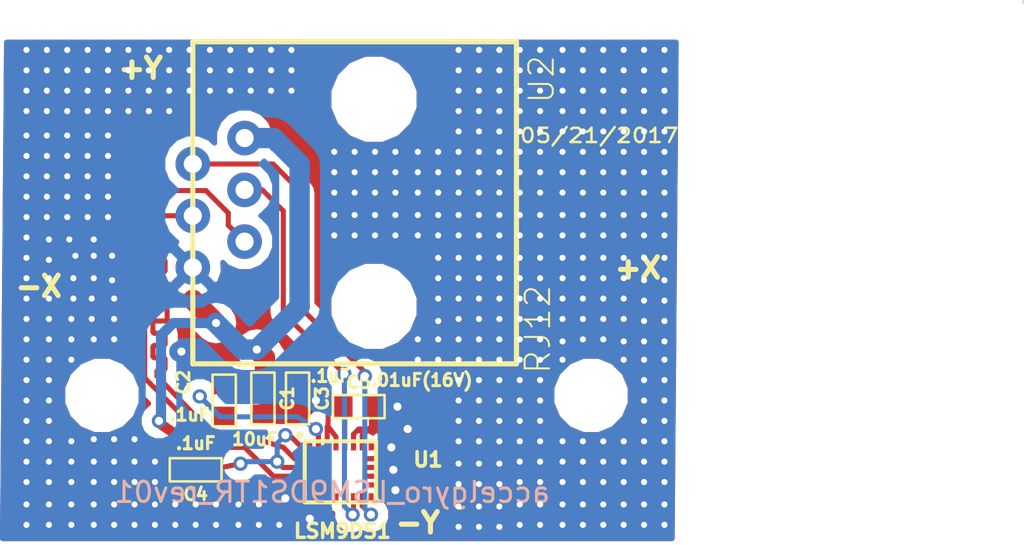
<source format=kicad_pcb>
(kicad_pcb (version 4) (host pcbnew 4.0.6-e0-6349~53~ubuntu16.04.1)
  (layers (0 F.Cu signal) (31 B.Cu signal) (34 B.Paste user) (35 F.Paste user) (36 B.SilkS user) (37 F.SilkS user) (38 B.Mask user) (39 F.Mask user) (44 Edge.Cuts user))
  (net 0 "")
  (net 1 GND)
  (net 2 SCL)
  (net 3 SDA)
  (net 4 Vdd)
  (net 5 INT2)
  (net 6 INT1)
  (net 7 "Net-(C2-Pad1)")
  (net 8 "Net-(C5-Pad1)")
  (net 9 "Net-(U1-Pad13)")
  (net 10 "Net-(U1-Pad10)")
  (net 11 "Net-(U1-Pad9)")
  (module ted_connectors:TED_RJ12_Through_Hole (layer F.Cu) (at 152.4 101.8 90)
    (fp_text reference U2 (at 6.06 9.17 90) (layer F.SilkS) (effects (font (size 1.2 1.2) (thickness 0.09906))))
    (fp_text value RJ12 (at -6.21 8.99 90) (layer F.SilkS) (effects (font (size 1.2 1.2) (thickness 0.09906))))
    (pad 1 thru_hole circle (at -3.175 -7.94 90) (size 1.7 1.7) (drill 0.89) (layers *.Cu *.Mask) (net 1 GND) (clearance 0.2))
    (pad 3 thru_hole circle (at -0.635 -7.94 90) (size 1.7 1.7) (drill 0.89) (layers *.Cu *.Mask) (net 2 SCL) (clearance 0.2))
    (pad 5 thru_hole circle (at 1.905 -7.94 90) (size 1.7 1.7) (drill 0.89) (layers *.Cu *.Mask) (net 5 INT2) (clearance 0.2))
    (pad 4 thru_hole circle (at 0.635 -5.4 90) (size 1.7 1.7) (drill 0.89) (layers *.Cu *.Mask) (net 6 INT1) (clearance 0.2))
    (pad 6 thru_hole circle (at 3.175 -5.4 90) (size 1.7 1.7) (drill 0.89) (layers *.Cu *.Mask) (net 4 Vdd) (clearance 0.2))
    (pad 2 thru_hole circle (at -1.905 -5.4 90) (size 1.7 1.7) (drill 0.89) (layers *.Cu *.Mask) (net 3 SDA) (clearance 0.2))
    (pad "" np_thru_hole circle (at -5.08 0.95 90) (size 3.18 3.18) (drill 3.18) (layers *.Cu *.Mask))
    (pad "" np_thru_hole circle (at 5.08 0.95 90) (size 3.18 3.18) (drill 3.18) (layers *.Cu *.Mask))
  )
  (module ted_connectors:VIA-0.6mm (layer F.Cu) (at 165.6 107.5)
    (fp_text reference REF** hide)
    (fp_text value VIA-0.6mm hide)
    (pad 1 thru_hole circle (at 0 0) (size 0.6 0.6) (drill 0.3) (layers *.Cu) (net 1 GND))
  )
  (module ted_connectors:VIA-0.6mm (layer F.Cu) (at 164.6 107.5)
    (fp_text reference REF** hide)
    (fp_text value VIA-0.6mm hide)
    (pad 1 thru_hole circle (at 0 0) (size 0.6 0.6) (drill 0.3) (layers *.Cu) (net 1 GND))
  )
  (module ted_connectors:VIA-0.6mm (layer F.Cu) (at 163.6 107.5)
    (fp_text reference REF** hide)
    (fp_text value VIA-0.6mm hide)
    (pad 1 thru_hole circle (at 0 0) (size 0.6 0.6) (drill 0.3) (layers *.Cu) (net 1 GND))
  )
  (module ted_connectors:VIA-0.6mm (layer F.Cu) (at 162.6 107.5)
    (fp_text reference REF** hide)
    (fp_text value VIA-0.6mm hide)
    (pad 1 thru_hole circle (at 0 0) (size 0.6 0.6) (drill 0.3) (layers *.Cu) (net 1 GND))
  )
  (module ted_connectors:VIA-0.6mm (layer F.Cu) (at 165.6 106.5)
    (fp_text reference REF** hide)
    (fp_text value VIA-0.6mm hide)
    (pad 1 thru_hole circle (at 0 0) (size 0.6 0.6) (drill 0.3) (layers *.Cu) (net 1 GND))
  )
  (module ted_connectors:VIA-0.6mm (layer F.Cu) (at 164.6 106.5)
    (fp_text reference REF** hide)
    (fp_text value VIA-0.6mm hide)
    (pad 1 thru_hole circle (at 0 0) (size 0.6 0.6) (drill 0.3) (layers *.Cu) (net 1 GND))
  )
  (module ted_connectors:VIA-0.6mm (layer F.Cu) (at 163.6 106.5)
    (fp_text reference REF** hide)
    (fp_text value VIA-0.6mm hide)
    (pad 1 thru_hole circle (at 0 0) (size 0.6 0.6) (drill 0.3) (layers *.Cu) (net 1 GND))
  )
  (module ted_connectors:VIA-0.6mm (layer F.Cu) (at 162.6 106.5)
    (fp_text reference REF** hide)
    (fp_text value VIA-0.6mm hide)
    (pad 1 thru_hole circle (at 0 0) (size 0.6 0.6) (drill 0.3) (layers *.Cu) (net 1 GND))
  )
  (module ted_connectors:VIA-0.6mm (layer F.Cu) (at 165.6 105.5)
    (fp_text reference REF** hide)
    (fp_text value VIA-0.6mm hide)
    (pad 1 thru_hole circle (at 0 0) (size 0.6 0.6) (drill 0.3) (layers *.Cu) (net 1 GND))
  )
  (module ted_connectors:VIA-0.6mm (layer F.Cu) (at 164.6 105.5)
    (fp_text reference REF** hide)
    (fp_text value VIA-0.6mm hide)
    (pad 1 thru_hole circle (at 0 0) (size 0.6 0.6) (drill 0.3) (layers *.Cu) (net 1 GND))
  )
  (module ted_connectors:VIA-0.6mm (layer F.Cu) (at 163.6 105.5)
    (fp_text reference REF** hide)
    (fp_text value VIA-0.6mm hide)
    (pad 1 thru_hole circle (at 0 0) (size 0.6 0.6) (drill 0.3) (layers *.Cu) (net 1 GND))
  )
  (module ted_connectors:VIA-0.6mm (layer F.Cu) (at 162.6 105.5)
    (fp_text reference REF** hide)
    (fp_text value VIA-0.6mm hide)
    (pad 1 thru_hole circle (at 0 0) (size 0.6 0.6) (drill 0.3) (layers *.Cu) (net 1 GND))
  )
  (module ted_connectors:VIA-0.6mm (layer F.Cu) (at 165.6 104.5)
    (fp_text reference REF** hide)
    (fp_text value VIA-0.6mm hide)
    (pad 1 thru_hole circle (at 0 0) (size 0.6 0.6) (drill 0.3) (layers *.Cu) (net 1 GND))
  )
  (module ted_connectors:VIA-0.6mm (layer F.Cu) (at 164.6 104.5)
    (fp_text reference REF** hide)
    (fp_text value VIA-0.6mm hide)
    (pad 1 thru_hole circle (at 0 0) (size 0.6 0.6) (drill 0.3) (layers *.Cu) (net 1 GND))
  )
  (module ted_connectors:VIA-0.6mm (layer F.Cu) (at 163.6 104.5)
    (fp_text reference REF** hide)
    (fp_text value VIA-0.6mm hide)
    (pad 1 thru_hole circle (at 0 0) (size 0.6 0.6) (drill 0.3) (layers *.Cu) (net 1 GND))
  )
  (module ted_connectors:VIA-0.6mm (layer F.Cu) (at 162.6 104.5)
    (fp_text reference REF** hide)
    (fp_text value VIA-0.6mm hide)
    (pad 1 thru_hole circle (at 0 0) (size 0.6 0.6) (drill 0.3) (layers *.Cu) (net 1 GND))
  )
  (module ted_connectors:VIA-0.6mm (layer F.Cu) (at 156.5 107.6)
    (fp_text reference REF** hide)
    (fp_text value VIA-0.6mm hide)
    (pad 1 thru_hole circle (at 0 0) (size 0.6 0.6) (drill 0.3) (layers *.Cu) (net 1 GND))
  )
  (module ted_connectors:VIA-0.6mm (layer F.Cu) (at 156.5 106.5)
    (fp_text reference REF** hide)
    (fp_text value VIA-0.6mm hide)
    (pad 1 thru_hole circle (at 0 0) (size 0.6 0.6) (drill 0.3) (layers *.Cu) (net 1 GND))
  )
  (module ted_connectors:VIA-0.6mm (layer F.Cu) (at 156.5 105.5)
    (fp_text reference REF** hide)
    (fp_text value VIA-0.6mm hide)
    (pad 1 thru_hole circle (at 0 0) (size 0.6 0.6) (drill 0.3) (layers *.Cu) (net 1 GND))
  )
  (module ted_connectors:VIA-0.6mm (layer F.Cu) (at 156.5 104.5)
    (fp_text reference REF** hide)
    (fp_text value VIA-0.6mm hide)
    (pad 1 thru_hole circle (at 0 0) (size 0.6 0.6) (drill 0.3) (layers *.Cu) (net 1 GND))
  )
  (module ted_connectors:VIA-0.6mm (layer F.Cu) (at 155.5 108.5)
    (fp_text reference REF** hide)
    (fp_text value VIA-0.6mm hide)
    (pad 1 thru_hole circle (at 0 0) (size 0.6 0.6) (drill 0.3) (layers *.Cu) (net 1 GND))
  )
  (module ted_connectors:VIA-0.6mm (layer F.Cu) (at 156.5 108.5)
    (fp_text reference REF** hide)
    (fp_text value VIA-0.6mm hide)
    (pad 1 thru_hole circle (at 0 0) (size 0.6 0.6) (drill 0.3) (layers *.Cu) (net 1 GND))
  )
  (module ted_connectors:VIA-0.6mm (layer F.Cu) (at 155.5 109.5)
    (fp_text reference REF** hide)
    (fp_text value VIA-0.6mm hide)
    (pad 1 thru_hole circle (at 0 0) (size 0.6 0.6) (drill 0.3) (layers *.Cu) (net 1 GND))
  )
  (module ted_connectors:VIA-0.6mm (layer F.Cu) (at 156.5 109.5)
    (fp_text reference REF** hide)
    (fp_text value VIA-0.6mm hide)
    (pad 1 thru_hole circle (at 0 0) (size 0.6 0.6) (drill 0.3) (layers *.Cu) (net 1 GND))
  )
  (module ted_connectors:VIA-0.6mm (layer F.Cu) (at 142.6 114.5)
    (fp_text reference REF** hide)
    (fp_text value VIA-0.6mm hide)
    (pad 1 thru_hole circle (at 0 0) (size 0.6 0.6) (drill 0.3) (layers *.Cu) (net 1 GND))
  )
  (module ted_connectors:VIA-0.6mm (layer F.Cu) (at 142.6 115.5)
    (fp_text reference REF** hide)
    (fp_text value VIA-0.6mm hide)
    (pad 1 thru_hole circle (at 0 0) (size 0.6 0.6) (drill 0.3) (layers *.Cu) (net 1 GND))
  )
  (module ted_sensors:LGA-24 (layer F.Cu) (at 151.7 115)
    (fp_text reference U1 (at 4.3 -0.6) (layer F.SilkS) (effects (font (size 0.7 0.7) (thickness 0.175))))
    (fp_text value LSM9DS1 (at 0.1 2.9) (layer F.SilkS) (effects (font (size 0.7 0.7) (thickness 0.17))))
    (pad 18 smd rect (at 1.505 -1.225) (size 0.25 0.35) (layers F.Cu F.Paste F.Mask) (net 1 GND))
    (pad 1 smd rect (at -1.505 -1.25) (size 0.25 0.35) (layers F.Cu F.Paste F.Mask) (net 4 Vdd))
    (pad 13 smd rect (at 1.505 1.225 270) (size 0.35 0.25) (layers F.Cu F.Paste F.Mask) (net 9 "Net-(U1-Pad13)"))
    (pad 6 smd rect (at -1.505 1.225 270) (size 0.35 0.25) (layers F.Cu F.Paste F.Mask) (net 1 GND))
    (pad 10 smd rect (at 0.215 1.225 270) (size 0.35 0.25) (layers F.Cu F.Paste F.Mask) (net 10 "Net-(U1-Pad10)"))
    (pad 12 smd rect (at 1.075 1.225 270) (size 0.35 0.25) (layers F.Cu F.Paste F.Mask) (net 5 INT2))
    (pad 11 smd rect (at 0.645 1.225 270) (size 0.35 0.25) (layers F.Cu F.Paste F.Mask) (net 6 INT1))
    (pad 19 smd rect (at 1.075 -1.225) (size 0.25 0.35) (layers F.Cu F.Paste F.Mask) (net 1 GND))
    (pad 14 smd rect (at 1.475 0.645 270) (size 0.25 0.35) (layers F.Cu F.Paste F.Mask) (net 1 GND))
    (pad 15 smd rect (at 1.475 0.215 270) (size 0.25 0.35) (layers F.Cu F.Paste F.Mask) (net 1 GND))
    (pad 21 smd rect (at 0.215 -1.225 270) (size 0.35 0.25) (layers F.Cu F.Paste F.Mask) (net 8 "Net-(C5-Pad1)"))
    (pad 20 smd rect (at 0.645 -1.225) (size 0.25 0.35) (layers F.Cu F.Paste F.Mask) (net 1 GND))
    (pad 24 smd rect (at -1.075 -1.25) (size 0.25 0.35) (layers F.Cu F.Paste F.Mask) (net 7 "Net-(C2-Pad1)"))
    (pad 5 smd rect (at -1.475 0.645 270) (size 0.25 0.35) (layers F.Cu F.Paste F.Mask) (net 1 GND))
    (pad 2 smd rect (at -1.475 -0.645 270) (size 0.25 0.35) (layers F.Cu F.Paste F.Mask) (net 2 SCL))
    (pad 23 smd rect (at -0.645 -1.225 270) (size 0.35 0.25) (layers F.Cu F.Paste F.Mask) (net 4 Vdd))
    (pad 3 smd rect (at -1.475 -0.215 270) (size 0.25 0.35) (layers F.Cu F.Paste F.Mask) (net 4 Vdd))
    (pad 4 smd rect (at -1.475 0.215 270) (size 0.25 0.35) (layers F.Cu F.Paste F.Mask) (net 3 SDA))
    (pad 17 smd rect (at 1.475 -0.645 270) (size 0.25 0.35) (layers F.Cu F.Paste F.Mask) (net 1 GND))
    (pad 16 smd rect (at 1.475 -0.215 270) (size 0.25 0.35) (layers F.Cu F.Paste F.Mask) (net 1 GND))
    (pad 22 smd rect (at -0.215 -1.225 270) (size 0.35 0.25) (layers F.Cu F.Paste F.Mask) (net 4 Vdd))
    (pad 8 smd rect (at -0.645 1.225 270) (size 0.35 0.25) (layers F.Cu F.Paste F.Mask) (net 4 Vdd))
    (pad 9 smd rect (at -0.215 1.225 270) (size 0.35 0.25) (layers F.Cu F.Paste F.Mask) (net 11 "Net-(U1-Pad9)"))
    (pad 7 smd rect (at -1.075 1.225 270) (size 0.35 0.25) (layers F.Cu F.Paste F.Mask) (net 4 Vdd))
  )
  (module ted_capacitors:TED_SM0603_C (layer F.Cu) (at 152.6 111.8)
    (fp_text reference C5 (at 0 -1.2) (layer F.SilkS) (effects (font (size 0.6 0.6))))
    (fp_text value ".01uF(16V)" (at 3.1 -1.3) (layer F.SilkS) (effects (font (size 0.6 0.6))))
    (pad 2 smd rect (at 0.75184 0) (size 0.89916 1.00076) (layers F.Cu F.Paste F.Mask) (net 1 GND) (clearance 0.1))
    (pad 1 smd rect (at -0.75184 0) (size 0.9 1) (layers F.Cu F.Paste F.Mask) (net 8 "Net-(C5-Pad1)") (clearance 0.1))
  )
  (module ted_capacitors:TED_SM0603_C (layer F.Cu) (at 149.6 111.4 270)
    (fp_text reference C3 (at 0 -1.2 270) (layer F.SilkS) (effects (font (size 0.6 0.6))))
    (fp_text value .1uF (at -1.1 -1.6 360) (layer F.SilkS) (effects (font (size 0.6 0.6))))
    (pad 2 smd rect (at 0.75184 0 270) (size 0.89916 1.00076) (layers F.Cu F.Paste F.Mask) (net 1 GND) (clearance 0.1))
    (pad 1 smd rect (at -0.75184 0 270) (size 0.9 1) (layers F.Cu F.Paste F.Mask) (net 4 Vdd) (clearance 0.1))
  )
  (module ted_capacitors:TED_SM0603_C (layer F.Cu) (at 146 111.5 90)
    (fp_text reference C2 (at 0.9 -2 90) (layer F.SilkS) (effects (font (size 0.6 0.6))))
    (fp_text value .1uF (at -0.7 -1.7 180) (layer F.SilkS) (effects (font (size 0.6 0.6))))
    (pad 2 smd rect (at 0.75184 0 90) (size 0.89916 1.00076) (layers F.Cu F.Paste F.Mask) (net 1 GND) (clearance 0.1))
    (pad 1 smd rect (at -0.75184 0 90) (size 0.9 1) (layers F.Cu F.Paste F.Mask) (net 7 "Net-(C2-Pad1)") (clearance 0.1))
  )
  (module ted_capacitors:TED_SM0603_C (layer F.Cu) (at 144.6 114.9 180)
    (fp_text reference C4 (at 0 -1.2 180) (layer F.SilkS) (effects (font (size 0.6 0.6))))
    (fp_text value .1uF (at 0 1.3 180) (layer F.SilkS) (effects (font (size 0.6 0.6))))
    (pad 2 smd rect (at 0.75184 0 180) (size 0.89916 1.00076) (layers F.Cu F.Paste F.Mask) (net 1 GND) (clearance 0.1))
    (pad 1 smd rect (at -0.75184 0 180) (size 0.9 1) (layers F.Cu F.Paste F.Mask) (net 4 Vdd) (clearance 0.1))
  )
  (module ted_capacitors:TED_SM0603_C (layer F.Cu) (at 147.9 111.4 270)
    (fp_text reference C1 (at 0 -1.2 270) (layer F.SilkS) (effects (font (size 0.6 0.6))))
    (fp_text value 10uF (at 2 0.4 360) (layer F.SilkS) (effects (font (size 0.6 0.6))))
    (pad 2 smd rect (at 0.75184 0 270) (size 0.89916 1.00076) (layers F.Cu F.Paste F.Mask) (net 1 GND) (clearance 0.1))
    (pad 1 smd rect (at -0.75184 0 270) (size 0.9 1) (layers F.Cu F.Paste F.Mask) (net 4 Vdd) (clearance 0.1))
  )
  (module ted_holes:TED_Hole_2_6mm (layer F.Cu) (at 164 111.25)
    (fp_text reference H2 hide)
    (fp_text value HOLE hide)
    (pad "" np_thru_hole circle (at 0 0) (size 2.6 2.6) (drill 2.6) (layers *.Cu *.Mask F.SilkS))
  )
  (module ted_holes:TED_Hole_2_6mm (layer F.Cu) (at 140 111.25)
    (fp_text reference H1 hide)
    (fp_text value HOLE hide)
    (pad "" np_thru_hole circle (at 0 0) (size 2.6 2.6) (drill 2.6) (layers *.Cu *.Mask F.SilkS))
  )
  (module ted_connectors:VIA-0.6mm (layer F.Cu) (at 136.3 94.3)
    (fp_text reference REF** hide)
    (fp_text value VIA-0.6mm hide)
    (pad 1 thru_hole circle (at 0 0) (size 0.6 0.6) (drill 0.3) (layers *.Cu) (net 1 GND))
  )
  (module ted_connectors:VIA-0.6mm (layer F.Cu) (at 137.3 94.3)
    (fp_text reference REF** hide)
    (fp_text value VIA-0.6mm hide)
    (pad 1 thru_hole circle (at 0 0) (size 0.6 0.6) (drill 0.3) (layers *.Cu) (net 1 GND))
  )
  (module ted_connectors:VIA-0.6mm (layer F.Cu) (at 138.3 94.3)
    (fp_text reference REF** hide)
    (fp_text value VIA-0.6mm hide)
    (pad 1 thru_hole circle (at 0 0) (size 0.6 0.6) (drill 0.3) (layers *.Cu) (net 1 GND))
  )
  (module ted_connectors:VIA-0.6mm (layer F.Cu) (at 139.3 94.3)
    (fp_text reference REF** hide)
    (fp_text value VIA-0.6mm hide)
    (pad 1 thru_hole circle (at 0 0) (size 0.6 0.6) (drill 0.3) (layers *.Cu) (net 1 GND))
  )
  (module ted_connectors:VIA-0.6mm (layer F.Cu) (at 140.3 94.3)
    (fp_text reference REF** hide)
    (fp_text value VIA-0.6mm hide)
    (pad 1 thru_hole circle (at 0 0) (size 0.6 0.6) (drill 0.3) (layers *.Cu) (net 1 GND))
  )
  (module ted_connectors:VIA-0.6mm (layer F.Cu) (at 136.3 95.3)
    (fp_text reference REF** hide)
    (fp_text value VIA-0.6mm hide)
    (pad 1 thru_hole circle (at 0 0) (size 0.6 0.6) (drill 0.3) (layers *.Cu) (net 1 GND))
  )
  (module ted_connectors:VIA-0.6mm (layer F.Cu) (at 137.3 95.3)
    (fp_text reference REF** hide)
    (fp_text value VIA-0.6mm hide)
    (pad 1 thru_hole circle (at 0 0) (size 0.6 0.6) (drill 0.3) (layers *.Cu) (net 1 GND))
  )
  (module ted_connectors:VIA-0.6mm (layer F.Cu) (at 138.3 95.3)
    (fp_text reference REF** hide)
    (fp_text value VIA-0.6mm hide)
    (pad 1 thru_hole circle (at 0 0) (size 0.6 0.6) (drill 0.3) (layers *.Cu) (net 1 GND))
  )
  (module ted_connectors:VIA-0.6mm (layer F.Cu) (at 139.3 95.3)
    (fp_text reference REF** hide)
    (fp_text value VIA-0.6mm hide)
    (pad 1 thru_hole circle (at 0 0) (size 0.6 0.6) (drill 0.3) (layers *.Cu) (net 1 GND))
  )
  (module ted_connectors:VIA-0.6mm (layer F.Cu) (at 136.3 96.3)
    (fp_text reference REF** hide)
    (fp_text value VIA-0.6mm hide)
    (pad 1 thru_hole circle (at 0 0) (size 0.6 0.6) (drill 0.3) (layers *.Cu) (net 1 GND))
  )
  (module ted_connectors:VIA-0.6mm (layer F.Cu) (at 137.3 96.3)
    (fp_text reference REF** hide)
    (fp_text value VIA-0.6mm hide)
    (pad 1 thru_hole circle (at 0 0) (size 0.6 0.6) (drill 0.3) (layers *.Cu) (net 1 GND))
  )
  (module ted_connectors:VIA-0.6mm (layer F.Cu) (at 138.3 96.3)
    (fp_text reference REF** hide)
    (fp_text value VIA-0.6mm hide)
    (pad 1 thru_hole circle (at 0 0) (size 0.6 0.6) (drill 0.3) (layers *.Cu) (net 1 GND))
  )
  (module ted_connectors:VIA-0.6mm (layer F.Cu) (at 136.3 97.3)
    (fp_text reference REF** hide)
    (fp_text value VIA-0.6mm hide)
    (pad 1 thru_hole circle (at 0 0) (size 0.6 0.6) (drill 0.3) (layers *.Cu) (net 1 GND))
  )
  (module ted_connectors:VIA-0.6mm (layer F.Cu) (at 137.3 97.3)
    (fp_text reference REF** hide)
    (fp_text value VIA-0.6mm hide)
    (pad 1 thru_hole circle (at 0 0) (size 0.6 0.6) (drill 0.3) (layers *.Cu) (net 1 GND))
  )
  (module ted_connectors:VIA-0.6mm (layer F.Cu) (at 138.3 97.3)
    (fp_text reference REF** hide)
    (fp_text value VIA-0.6mm hide)
    (pad 1 thru_hole circle (at 0 0) (size 0.6 0.6) (drill 0.3) (layers *.Cu) (net 1 GND))
  )
  (module ted_connectors:VIA-0.6mm (layer F.Cu) (at 136.3 102.5)
    (fp_text reference REF** hide)
    (fp_text value VIA-0.6mm hide)
    (pad 1 thru_hole circle (at 0 0) (size 0.6 0.6) (drill 0.3) (layers *.Cu) (net 1 GND))
  )
  (module ted_connectors:VIA-0.6mm (layer F.Cu) (at 136.3 101.5)
    (fp_text reference REF** hide)
    (fp_text value VIA-0.6mm hide)
    (pad 1 thru_hole circle (at 0 0) (size 0.6 0.6) (drill 0.3) (layers *.Cu) (net 1 GND))
  )
  (module ted_connectors:VIA-0.6mm (layer F.Cu) (at 136.3 100.5)
    (fp_text reference REF** hide)
    (fp_text value VIA-0.6mm hide)
    (pad 1 thru_hole circle (at 0 0) (size 0.6 0.6) (drill 0.3) (layers *.Cu) (net 1 GND))
  )
  (module ted_connectors:VIA-0.6mm (layer F.Cu) (at 136.3 99.5)
    (fp_text reference REF** hide)
    (fp_text value VIA-0.6mm hide)
    (pad 1 thru_hole circle (at 0 0) (size 0.6 0.6) (drill 0.3) (layers *.Cu) (net 1 GND))
  )
  (module ted_connectors:VIA-0.6mm (layer F.Cu) (at 136.3 98.5)
    (fp_text reference REF** hide)
    (fp_text value VIA-0.6mm hide)
    (pad 1 thru_hole circle (at 0 0) (size 0.6 0.6) (drill 0.3) (layers *.Cu) (net 1 GND))
  )
  (module ted_connectors:VIA-0.6mm (layer F.Cu) (at 136.3 103.5)
    (fp_text reference REF** hide)
    (fp_text value VIA-0.6mm hide)
    (pad 1 thru_hole circle (at 0 0) (size 0.6 0.6) (drill 0.3) (layers *.Cu) (net 1 GND))
  )
  (module ted_connectors:VIA-0.6mm (layer F.Cu) (at 136.3 104.5)
    (fp_text reference REF** hide)
    (fp_text value VIA-0.6mm hide)
    (pad 1 thru_hole circle (at 0 0) (size 0.6 0.6) (drill 0.3) (layers *.Cu) (net 1 GND))
  )
  (module ted_connectors:VIA-0.6mm (layer F.Cu) (at 136.3 105.5)
    (fp_text reference REF** hide)
    (fp_text value VIA-0.6mm hide)
    (pad 1 thru_hole circle (at 0 0) (size 0.6 0.6) (drill 0.3) (layers *.Cu) (net 1 GND))
  )
  (module ted_connectors:VIA-0.6mm (layer F.Cu) (at 136.3 106.5)
    (fp_text reference REF** hide)
    (fp_text value VIA-0.6mm hide)
    (pad 1 thru_hole circle (at 0 0) (size 0.6 0.6) (drill 0.3) (layers *.Cu) (net 1 GND))
  )
  (module ted_connectors:VIA-0.6mm (layer F.Cu) (at 136.3 107.5)
    (fp_text reference REF** hide)
    (fp_text value VIA-0.6mm hide)
    (pad 1 thru_hole circle (at 0 0) (size 0.6 0.6) (drill 0.3) (layers *.Cu) (net 1 GND))
  )
  (module ted_connectors:VIA-0.6mm (layer F.Cu) (at 136.3 108.5)
    (fp_text reference REF** hide)
    (fp_text value VIA-0.6mm hide)
    (pad 1 thru_hole circle (at 0 0) (size 0.6 0.6) (drill 0.3) (layers *.Cu) (net 1 GND))
  )
  (module ted_connectors:VIA-0.6mm (layer F.Cu) (at 136.3 109.5)
    (fp_text reference REF** hide)
    (fp_text value VIA-0.6mm hide)
    (pad 1 thru_hole circle (at 0 0) (size 0.6 0.6) (drill 0.3) (layers *.Cu) (net 1 GND))
  )
  (module ted_connectors:VIA-0.6mm (layer F.Cu) (at 136.3 110.5)
    (fp_text reference REF** hide)
    (fp_text value VIA-0.6mm hide)
    (pad 1 thru_hole circle (at 0 0) (size 0.6 0.6) (drill 0.3) (layers *.Cu) (net 1 GND))
  )
  (module ted_connectors:VIA-0.6mm (layer F.Cu) (at 136.3 111.5)
    (fp_text reference REF** hide)
    (fp_text value VIA-0.6mm hide)
    (pad 1 thru_hole circle (at 0 0) (size 0.6 0.6) (drill 0.3) (layers *.Cu) (net 1 GND))
  )
  (module ted_connectors:VIA-0.6mm (layer F.Cu) (at 136.3 112.5)
    (fp_text reference REF** hide)
    (fp_text value VIA-0.6mm hide)
    (pad 1 thru_hole circle (at 0 0) (size 0.6 0.6) (drill 0.3) (layers *.Cu) (net 1 GND))
  )
  (module ted_connectors:VIA-0.6mm (layer F.Cu) (at 136.3 113.5)
    (fp_text reference REF** hide)
    (fp_text value VIA-0.6mm hide)
    (pad 1 thru_hole circle (at 0 0) (size 0.6 0.6) (drill 0.3) (layers *.Cu) (net 1 GND))
  )
  (module ted_connectors:VIA-0.6mm (layer F.Cu) (at 136.3 114.5)
    (fp_text reference REF** hide)
    (fp_text value VIA-0.6mm hide)
    (pad 1 thru_hole circle (at 0 0) (size 0.6 0.6) (drill 0.3) (layers *.Cu) (net 1 GND))
  )
  (module ted_connectors:VIA-0.6mm (layer F.Cu) (at 136.3 115.5)
    (fp_text reference REF** hide)
    (fp_text value VIA-0.6mm hide)
    (pad 1 thru_hole circle (at 0 0) (size 0.6 0.6) (drill 0.3) (layers *.Cu) (net 1 GND))
  )
  (module ted_connectors:VIA-0.6mm (layer F.Cu) (at 137.4 105.5)
    (fp_text reference REF** hide)
    (fp_text value VIA-0.6mm hide)
    (pad 1 thru_hole circle (at 0 0) (size 0.6 0.6) (drill 0.3) (layers *.Cu) (net 1 GND))
  )
  (module ted_connectors:VIA-0.6mm (layer F.Cu) (at 137.4 106.5)
    (fp_text reference REF** hide)
    (fp_text value VIA-0.6mm hide)
    (pad 1 thru_hole circle (at 0 0) (size 0.6 0.6) (drill 0.3) (layers *.Cu) (net 1 GND))
  )
  (module ted_connectors:VIA-0.6mm (layer F.Cu) (at 137.4 107.5)
    (fp_text reference REF** hide)
    (fp_text value VIA-0.6mm hide)
    (pad 1 thru_hole circle (at 0 0) (size 0.6 0.6) (drill 0.3) (layers *.Cu) (net 1 GND))
  )
  (module ted_connectors:VIA-0.6mm (layer F.Cu) (at 137.4 108.5)
    (fp_text reference REF** hide)
    (fp_text value VIA-0.6mm hide)
    (pad 1 thru_hole circle (at 0 0) (size 0.6 0.6) (drill 0.3) (layers *.Cu) (net 1 GND))
  )
  (module ted_connectors:VIA-0.6mm (layer F.Cu) (at 137.4 109.5)
    (fp_text reference REF** hide)
    (fp_text value VIA-0.6mm hide)
    (pad 1 thru_hole circle (at 0 0) (size 0.6 0.6) (drill 0.3) (layers *.Cu) (net 1 GND))
  )
  (module ted_connectors:VIA-0.6mm (layer F.Cu) (at 137.4 110.5)
    (fp_text reference REF** hide)
    (fp_text value VIA-0.6mm hide)
    (pad 1 thru_hole circle (at 0 0) (size 0.6 0.6) (drill 0.3) (layers *.Cu) (net 1 GND))
  )
  (module ted_connectors:VIA-0.6mm (layer F.Cu) (at 137.4 111.5)
    (fp_text reference REF** hide)
    (fp_text value VIA-0.6mm hide)
    (pad 1 thru_hole circle (at 0 0) (size 0.6 0.6) (drill 0.3) (layers *.Cu) (net 1 GND))
  )
  (module ted_connectors:VIA-0.6mm (layer F.Cu) (at 137.4 112.5)
    (fp_text reference REF** hide)
    (fp_text value VIA-0.6mm hide)
    (pad 1 thru_hole circle (at 0 0) (size 0.6 0.6) (drill 0.3) (layers *.Cu) (net 1 GND))
  )
  (module ted_connectors:VIA-0.6mm (layer F.Cu) (at 137.4 113.5)
    (fp_text reference REF** hide)
    (fp_text value VIA-0.6mm hide)
    (pad 1 thru_hole circle (at 0 0) (size 0.6 0.6) (drill 0.3) (layers *.Cu) (net 1 GND))
  )
  (module ted_connectors:VIA-0.6mm (layer F.Cu) (at 137.4 114.5)
    (fp_text reference REF** hide)
    (fp_text value VIA-0.6mm hide)
    (pad 1 thru_hole circle (at 0 0) (size 0.6 0.6) (drill 0.3) (layers *.Cu) (net 1 GND))
  )
  (module ted_connectors:VIA-0.6mm (layer F.Cu) (at 137.4 115.5)
    (fp_text reference REF** hide)
    (fp_text value VIA-0.6mm hide)
    (pad 1 thru_hole circle (at 0 0) (size 0.6 0.6) (drill 0.3) (layers *.Cu) (net 1 GND))
  )
  (module ted_connectors:VIA-0.6mm (layer F.Cu) (at 140.6 106.5)
    (fp_text reference REF** hide)
    (fp_text value VIA-0.6mm hide)
    (pad 1 thru_hole circle (at 0 0) (size 0.6 0.6) (drill 0.3) (layers *.Cu) (net 1 GND))
  )
  (module ted_connectors:VIA-0.6mm (layer F.Cu) (at 139.6 105.5)
    (fp_text reference REF** hide)
    (fp_text value VIA-0.6mm hide)
    (pad 1 thru_hole circle (at 0 0) (size 0.6 0.6) (drill 0.3) (layers *.Cu) (net 1 GND))
  )
  (module ted_connectors:VIA-0.6mm (layer F.Cu) (at 138.5 113.5)
    (fp_text reference REF** hide)
    (fp_text value VIA-0.6mm hide)
    (pad 1 thru_hole circle (at 0 0) (size 0.6 0.6) (drill 0.3) (layers *.Cu) (net 1 GND))
  )
  (module ted_connectors:VIA-0.6mm (layer F.Cu) (at 138.5 107.5)
    (fp_text reference REF** hide)
    (fp_text value VIA-0.6mm hide)
    (pad 1 thru_hole circle (at 0 0) (size 0.6 0.6) (drill 0.3) (layers *.Cu) (net 1 GND))
  )
  (module ted_connectors:VIA-0.6mm (layer F.Cu) (at 138.6 105.5)
    (fp_text reference REF** hide)
    (fp_text value VIA-0.6mm hide)
    (pad 1 thru_hole circle (at 0 0) (size 0.6 0.6) (drill 0.3) (layers *.Cu) (net 1 GND))
  )
  (module ted_connectors:VIA-0.6mm (layer F.Cu) (at 140.5 104.4)
    (fp_text reference REF** hide)
    (fp_text value VIA-0.6mm hide)
    (pad 1 thru_hole circle (at 0 0) (size 0.6 0.6) (drill 0.3) (layers *.Cu) (net 1 GND))
  )
  (module ted_connectors:VIA-0.6mm (layer F.Cu) (at 139.5 107.5)
    (fp_text reference REF** hide)
    (fp_text value VIA-0.6mm hide)
    (pad 1 thru_hole circle (at 0 0) (size 0.6 0.6) (drill 0.3) (layers *.Cu) (net 1 GND))
  )
  (module ted_connectors:VIA-0.6mm (layer F.Cu) (at 140.6 107.5)
    (fp_text reference REF** hide)
    (fp_text value VIA-0.6mm hide)
    (pad 1 thru_hole circle (at 0 0) (size 0.6 0.6) (drill 0.3) (layers *.Cu) (net 1 GND))
  )
  (module ted_connectors:VIA-0.6mm (layer F.Cu) (at 140.5 105.6)
    (fp_text reference REF** hide)
    (fp_text value VIA-0.6mm hide)
    (pad 1 thru_hole circle (at 0 0) (size 0.6 0.6) (drill 0.3) (layers *.Cu) (net 1 GND))
  )
  (module ted_connectors:VIA-0.6mm (layer F.Cu) (at 139.6 104.4)
    (fp_text reference REF** hide)
    (fp_text value VIA-0.6mm hide)
    (pad 1 thru_hole circle (at 0 0) (size 0.6 0.6) (drill 0.3) (layers *.Cu) (net 1 GND))
  )
  (module ted_connectors:VIA-0.6mm (layer F.Cu) (at 157.5 112.5)
    (fp_text reference REF** hide)
    (fp_text value VIA-0.6mm hide)
    (pad 1 thru_hole circle (at 0 0) (size 0.6 0.6) (drill 0.3) (layers *.Cu) (net 1 GND))
  )
  (module ted_connectors:VIA-0.6mm (layer F.Cu) (at 158.5 112.5)
    (fp_text reference REF** hide)
    (fp_text value VIA-0.6mm hide)
    (pad 1 thru_hole circle (at 0 0) (size 0.6 0.6) (drill 0.3) (layers *.Cu) (net 1 GND))
  )
  (module ted_connectors:VIA-0.6mm (layer F.Cu) (at 159.5 112.5)
    (fp_text reference REF** hide)
    (fp_text value VIA-0.6mm hide)
    (pad 1 thru_hole circle (at 0 0) (size 0.6 0.6) (drill 0.3) (layers *.Cu) (net 1 GND))
  )
  (module ted_connectors:VIA-0.6mm (layer F.Cu) (at 160.5 112.5)
    (fp_text reference REF** hide)
    (fp_text value VIA-0.6mm hide)
    (pad 1 thru_hole circle (at 0 0) (size 0.6 0.6) (drill 0.3) (layers *.Cu) (net 1 GND))
  )
  (module ted_connectors:VIA-0.6mm (layer F.Cu) (at 161.5 112.5)
    (fp_text reference REF** hide)
    (fp_text value VIA-0.6mm hide)
    (pad 1 thru_hole circle (at 0 0) (size 0.6 0.6) (drill 0.3) (layers *.Cu) (net 1 GND))
  )
  (module ted_connectors:VIA-0.6mm (layer F.Cu) (at 157.5 113.5)
    (fp_text reference REF** hide)
    (fp_text value VIA-0.6mm hide)
    (pad 1 thru_hole circle (at 0 0) (size 0.6 0.6) (drill 0.3) (layers *.Cu) (net 1 GND))
  )
  (module ted_connectors:VIA-0.6mm (layer F.Cu) (at 158.5 113.5)
    (fp_text reference REF** hide)
    (fp_text value VIA-0.6mm hide)
    (pad 1 thru_hole circle (at 0 0) (size 0.6 0.6) (drill 0.3) (layers *.Cu) (net 1 GND))
  )
  (module ted_connectors:VIA-0.6mm (layer F.Cu) (at 159.5 113.5)
    (fp_text reference REF** hide)
    (fp_text value VIA-0.6mm hide)
    (pad 1 thru_hole circle (at 0 0) (size 0.6 0.6) (drill 0.3) (layers *.Cu) (net 1 GND))
  )
  (module ted_connectors:VIA-0.6mm (layer F.Cu) (at 160.5 113.5)
    (fp_text reference REF** hide)
    (fp_text value VIA-0.6mm hide)
    (pad 1 thru_hole circle (at 0 0) (size 0.6 0.6) (drill 0.3) (layers *.Cu) (net 1 GND))
  )
  (module ted_connectors:VIA-0.6mm (layer F.Cu) (at 161.5 113.5)
    (fp_text reference REF** hide)
    (fp_text value VIA-0.6mm hide)
    (pad 1 thru_hole circle (at 0 0) (size 0.6 0.6) (drill 0.3) (layers *.Cu) (net 1 GND))
  )
  (module ted_connectors:VIA-0.6mm (layer F.Cu) (at 157.5 114.6)
    (fp_text reference REF** hide)
    (fp_text value VIA-0.6mm hide)
    (pad 1 thru_hole circle (at 0 0) (size 0.6 0.6) (drill 0.3) (layers *.Cu) (net 1 GND))
  )
  (module ted_connectors:VIA-0.6mm (layer F.Cu) (at 158.5 114.6)
    (fp_text reference REF** hide)
    (fp_text value VIA-0.6mm hide)
    (pad 1 thru_hole circle (at 0 0) (size 0.6 0.6) (drill 0.3) (layers *.Cu) (net 1 GND))
  )
  (module ted_connectors:VIA-0.6mm (layer F.Cu) (at 159.5 114.6)
    (fp_text reference REF** hide)
    (fp_text value VIA-0.6mm hide)
    (pad 1 thru_hole circle (at 0 0) (size 0.6 0.6) (drill 0.3) (layers *.Cu) (net 1 GND))
  )
  (module ted_connectors:VIA-0.6mm (layer F.Cu) (at 160.5 114.5)
    (fp_text reference REF** hide)
    (fp_text value VIA-0.6mm hide)
    (pad 1 thru_hole circle (at 0 0) (size 0.6 0.6) (drill 0.3) (layers *.Cu) (net 1 GND))
  )
  (module ted_connectors:VIA-0.6mm (layer F.Cu) (at 161.5 114.5)
    (fp_text reference REF** hide)
    (fp_text value VIA-0.6mm hide)
    (pad 1 thru_hole circle (at 0 0) (size 0.6 0.6) (drill 0.3) (layers *.Cu) (net 1 GND))
  )
  (module ted_connectors:VIA-0.6mm (layer F.Cu) (at 157.5 115.6)
    (fp_text reference REF** hide)
    (fp_text value VIA-0.6mm hide)
    (pad 1 thru_hole circle (at 0 0) (size 0.6 0.6) (drill 0.3) (layers *.Cu) (net 1 GND))
  )
  (module ted_connectors:VIA-0.6mm (layer F.Cu) (at 158.5 115.6)
    (fp_text reference REF** hide)
    (fp_text value VIA-0.6mm hide)
    (pad 1 thru_hole circle (at 0 0) (size 0.6 0.6) (drill 0.3) (layers *.Cu) (net 1 GND))
  )
  (module ted_connectors:VIA-0.6mm (layer F.Cu) (at 159.5 115.6)
    (fp_text reference REF** hide)
    (fp_text value VIA-0.6mm hide)
    (pad 1 thru_hole circle (at 0 0) (size 0.6 0.6) (drill 0.3) (layers *.Cu) (net 1 GND))
  )
  (module ted_connectors:VIA-0.6mm (layer F.Cu) (at 160.5 115.5)
    (fp_text reference REF** hide)
    (fp_text value VIA-0.6mm hide)
    (pad 1 thru_hole circle (at 0 0) (size 0.6 0.6) (drill 0.3) (layers *.Cu) (net 1 GND))
  )
  (module ted_connectors:VIA-0.6mm (layer F.Cu) (at 161.5 115.5)
    (fp_text reference REF** hide)
    (fp_text value VIA-0.6mm hide)
    (pad 1 thru_hole circle (at 0 0) (size 0.6 0.6) (drill 0.3) (layers *.Cu) (net 1 GND))
  )
  (module ted_connectors:VIA-0.6mm (layer F.Cu) (at 139.3 102.5)
    (fp_text reference REF** hide)
    (fp_text value VIA-0.6mm hide)
    (pad 1 thru_hole circle (at 0 0) (size 0.6 0.6) (drill 0.3) (layers *.Cu) (net 1 GND))
  )
  (module ted_connectors:VIA-0.6mm (layer F.Cu) (at 138.3 102.5)
    (fp_text reference REF** hide)
    (fp_text value VIA-0.6mm hide)
    (pad 1 thru_hole circle (at 0 0) (size 0.6 0.6) (drill 0.3) (layers *.Cu) (net 1 GND))
  )
  (module ted_connectors:VIA-0.6mm (layer F.Cu) (at 137.3 102.5)
    (fp_text reference REF** hide)
    (fp_text value VIA-0.6mm hide)
    (pad 1 thru_hole circle (at 0 0) (size 0.6 0.6) (drill 0.3) (layers *.Cu) (net 1 GND))
  )
  (module ted_connectors:VIA-0.6mm (layer F.Cu) (at 139.3 101.5)
    (fp_text reference REF** hide)
    (fp_text value VIA-0.6mm hide)
    (pad 1 thru_hole circle (at 0 0) (size 0.6 0.6) (drill 0.3) (layers *.Cu) (net 1 GND))
  )
  (module ted_connectors:VIA-0.6mm (layer F.Cu) (at 138.3 101.5)
    (fp_text reference REF** hide)
    (fp_text value VIA-0.6mm hide)
    (pad 1 thru_hole circle (at 0 0) (size 0.6 0.6) (drill 0.3) (layers *.Cu) (net 1 GND))
  )
  (module ted_connectors:VIA-0.6mm (layer F.Cu) (at 137.3 101.5)
    (fp_text reference REF** hide)
    (fp_text value VIA-0.6mm hide)
    (pad 1 thru_hole circle (at 0 0) (size 0.6 0.6) (drill 0.3) (layers *.Cu) (net 1 GND))
  )
  (module ted_connectors:VIA-0.6mm (layer F.Cu) (at 139.3 100.5)
    (fp_text reference REF** hide)
    (fp_text value VIA-0.6mm hide)
    (pad 1 thru_hole circle (at 0 0) (size 0.6 0.6) (drill 0.3) (layers *.Cu) (net 1 GND))
  )
  (module ted_connectors:VIA-0.6mm (layer F.Cu) (at 138.3 100.5)
    (fp_text reference REF** hide)
    (fp_text value VIA-0.6mm hide)
    (pad 1 thru_hole circle (at 0 0) (size 0.6 0.6) (drill 0.3) (layers *.Cu) (net 1 GND))
  )
  (module ted_connectors:VIA-0.6mm (layer F.Cu) (at 137.3 100.5)
    (fp_text reference REF** hide)
    (fp_text value VIA-0.6mm hide)
    (pad 1 thru_hole circle (at 0 0) (size 0.6 0.6) (drill 0.3) (layers *.Cu) (net 1 GND))
  )
  (module ted_connectors:VIA-0.6mm (layer F.Cu) (at 139.3 99.5)
    (fp_text reference REF** hide)
    (fp_text value VIA-0.6mm hide)
    (pad 1 thru_hole circle (at 0 0) (size 0.6 0.6) (drill 0.3) (layers *.Cu) (net 1 GND))
  )
  (module ted_connectors:VIA-0.6mm (layer F.Cu) (at 138.3 99.5)
    (fp_text reference REF** hide)
    (fp_text value VIA-0.6mm hide)
    (pad 1 thru_hole circle (at 0 0) (size 0.6 0.6) (drill 0.3) (layers *.Cu) (net 1 GND))
  )
  (module ted_connectors:VIA-0.6mm (layer F.Cu) (at 137.3 99.5)
    (fp_text reference REF** hide)
    (fp_text value VIA-0.6mm hide)
    (pad 1 thru_hole circle (at 0 0) (size 0.6 0.6) (drill 0.3) (layers *.Cu) (net 1 GND))
  )
  (module ted_connectors:VIA-0.6mm (layer F.Cu) (at 139.3 98.5)
    (fp_text reference REF** hide)
    (fp_text value VIA-0.6mm hide)
    (pad 1 thru_hole circle (at 0 0) (size 0.6 0.6) (drill 0.3) (layers *.Cu) (net 1 GND))
  )
  (module ted_connectors:VIA-0.6mm (layer F.Cu) (at 138.3 98.5)
    (fp_text reference REF** hide)
    (fp_text value VIA-0.6mm hide)
    (pad 1 thru_hole circle (at 0 0) (size 0.6 0.6) (drill 0.3) (layers *.Cu) (net 1 GND))
  )
  (module ted_connectors:VIA-0.6mm (layer F.Cu) (at 137.3 98.5)
    (fp_text reference REF** hide)
    (fp_text value VIA-0.6mm hide)
    (pad 1 thru_hole circle (at 0 0) (size 0.6 0.6) (drill 0.3) (layers *.Cu) (net 1 GND))
  )
  (module ted_connectors:VIA-0.6mm (layer F.Cu) (at 139.3 97.3)
    (fp_text reference REF** hide)
    (fp_text value VIA-0.6mm hide)
    (pad 1 thru_hole circle (at 0 0) (size 0.6 0.6) (drill 0.3) (layers *.Cu) (net 1 GND))
  )
  (module ted_connectors:VIA-0.6mm (layer F.Cu) (at 139.3 96.3)
    (fp_text reference REF** hide)
    (fp_text value VIA-0.6mm hide)
    (pad 1 thru_hole circle (at 0 0) (size 0.6 0.6) (drill 0.3) (layers *.Cu) (net 1 GND))
  )
  (module ted_connectors:VIA-0.6mm (layer F.Cu) (at 140.3 96.3)
    (fp_text reference REF** hide)
    (fp_text value VIA-0.6mm hide)
    (pad 1 thru_hole circle (at 0 0) (size 0.6 0.6) (drill 0.3) (layers *.Cu) (net 1 GND))
  )
  (module ted_connectors:VIA-0.6mm (layer F.Cu) (at 140.3 97.3)
    (fp_text reference REF** hide)
    (fp_text value VIA-0.6mm hide)
    (pad 1 thru_hole circle (at 0 0) (size 0.6 0.6) (drill 0.3) (layers *.Cu) (net 1 GND))
  )
  (module ted_connectors:VIA-0.6mm (layer F.Cu) (at 140.3 98.5)
    (fp_text reference REF** hide)
    (fp_text value VIA-0.6mm hide)
    (pad 1 thru_hole circle (at 0 0) (size 0.6 0.6) (drill 0.3) (layers *.Cu) (net 1 GND))
  )
  (module ted_connectors:VIA-0.6mm (layer F.Cu) (at 140.3 99.5)
    (fp_text reference REF** hide)
    (fp_text value VIA-0.6mm hide)
    (pad 1 thru_hole circle (at 0 0) (size 0.6 0.6) (drill 0.3) (layers *.Cu) (net 1 GND))
  )
  (module ted_connectors:VIA-0.6mm (layer F.Cu) (at 140.3 100.5)
    (fp_text reference REF** hide)
    (fp_text value VIA-0.6mm hide)
    (pad 1 thru_hole circle (at 0 0) (size 0.6 0.6) (drill 0.3) (layers *.Cu) (net 1 GND))
  )
  (module ted_connectors:VIA-0.6mm (layer F.Cu) (at 140.3 101.5)
    (fp_text reference REF** hide)
    (fp_text value VIA-0.6mm hide)
    (pad 1 thru_hole circle (at 0 0) (size 0.6 0.6) (drill 0.3) (layers *.Cu) (net 1 GND))
  )
  (module ted_connectors:VIA-0.6mm (layer F.Cu) (at 140.3 102.5)
    (fp_text reference REF** hide)
    (fp_text value VIA-0.6mm hide)
    (pad 1 thru_hole circle (at 0 0) (size 0.6 0.6) (drill 0.3) (layers *.Cu) (net 1 GND))
  )
  (module ted_connectors:VIA-0.6mm (layer F.Cu) (at 140.3 95.3)
    (fp_text reference REF** hide)
    (fp_text value VIA-0.6mm hide)
    (pad 1 thru_hole circle (at 0 0) (size 0.6 0.6) (drill 0.3) (layers *.Cu) (net 1 GND))
  )
  (module ted_connectors:VIA-0.6mm (layer F.Cu) (at 143.3 95.3)
    (fp_text reference REF** hide)
    (fp_text value VIA-0.6mm hide)
    (pad 1 thru_hole circle (at 0 0) (size 0.6 0.6) (drill 0.3) (layers *.Cu) (net 1 GND))
  )
  (module ted_connectors:VIA-0.6mm (layer F.Cu) (at 143.3 97.3)
    (fp_text reference REF** hide)
    (fp_text value VIA-0.6mm hide)
    (pad 1 thru_hole circle (at 0 0) (size 0.6 0.6) (drill 0.3) (layers *.Cu) (net 1 GND))
  )
  (module ted_connectors:VIA-0.6mm (layer F.Cu) (at 143.3 96.3)
    (fp_text reference REF** hide)
    (fp_text value VIA-0.6mm hide)
    (pad 1 thru_hole circle (at 0 0) (size 0.6 0.6) (drill 0.3) (layers *.Cu) (net 1 GND))
  )
  (module ted_connectors:VIA-0.6mm (layer F.Cu) (at 142.3 96.3)
    (fp_text reference REF** hide)
    (fp_text value VIA-0.6mm hide)
    (pad 1 thru_hole circle (at 0 0) (size 0.6 0.6) (drill 0.3) (layers *.Cu) (net 1 GND))
  )
  (module ted_connectors:VIA-0.6mm (layer F.Cu) (at 142.3 97.3)
    (fp_text reference REF** hide)
    (fp_text value VIA-0.6mm hide)
    (pad 1 thru_hole circle (at 0 0) (size 0.6 0.6) (drill 0.3) (layers *.Cu) (net 1 GND))
  )
  (module ted_connectors:VIA-0.6mm (layer F.Cu) (at 141.3 97.3)
    (fp_text reference REF** hide)
    (fp_text value VIA-0.6mm hide)
    (pad 1 thru_hole circle (at 0 0) (size 0.6 0.6) (drill 0.3) (layers *.Cu) (net 1 GND))
  )
  (module ted_connectors:VIA-0.6mm (layer F.Cu) (at 141.3 96.3)
    (fp_text reference REF** hide)
    (fp_text value VIA-0.6mm hide)
    (pad 1 thru_hole circle (at 0 0) (size 0.6 0.6) (drill 0.3) (layers *.Cu) (net 1 GND))
  )
  (module ted_connectors:VIA-0.6mm (layer F.Cu) (at 142.3 95.3)
    (fp_text reference REF** hide)
    (fp_text value VIA-0.6mm hide)
    (pad 1 thru_hole circle (at 0 0) (size 0.6 0.6) (drill 0.3) (layers *.Cu) (net 1 GND))
  )
  (module ted_connectors:VIA-0.6mm (layer F.Cu) (at 141.3 95.3)
    (fp_text reference REF** hide)
    (fp_text value VIA-0.6mm hide)
    (pad 1 thru_hole circle (at 0 0) (size 0.6 0.6) (drill 0.3) (layers *.Cu) (net 1 GND))
  )
  (module ted_connectors:VIA-0.6mm (layer F.Cu) (at 143.3 94.3)
    (fp_text reference REF** hide)
    (fp_text value VIA-0.6mm hide)
    (pad 1 thru_hole circle (at 0 0) (size 0.6 0.6) (drill 0.3) (layers *.Cu) (net 1 GND))
  )
  (module ted_connectors:VIA-0.6mm (layer F.Cu) (at 142.3 94.3)
    (fp_text reference REF** hide)
    (fp_text value VIA-0.6mm hide)
    (pad 1 thru_hole circle (at 0 0) (size 0.6 0.6) (drill 0.3) (layers *.Cu) (net 1 GND))
  )
  (module ted_connectors:VIA-0.6mm (layer F.Cu) (at 141.3 94.3)
    (fp_text reference REF** hide)
    (fp_text value VIA-0.6mm hide)
    (pad 1 thru_hole circle (at 0 0) (size 0.6 0.6) (drill 0.3) (layers *.Cu) (net 1 GND))
  )
  (module ted_connectors:VIA-0.6mm (layer F.Cu) (at 137.4 104.6)
    (fp_text reference REF** hide)
    (fp_text value VIA-0.6mm hide)
    (pad 1 thru_hole circle (at 0 0) (size 0.6 0.6) (drill 0.3) (layers *.Cu) (net 1 GND))
  )
  (module ted_connectors:VIA-0.6mm (layer F.Cu) (at 137.4 103.6)
    (fp_text reference REF** hide)
    (fp_text value VIA-0.6mm hide)
    (pad 1 thru_hole circle (at 0 0) (size 0.6 0.6) (drill 0.3) (layers *.Cu) (net 1 GND))
  )
  (module ted_connectors:VIA-0.6mm (layer F.Cu) (at 138.6 106.5)
    (fp_text reference REF** hide)
    (fp_text value VIA-0.6mm hide)
    (pad 1 thru_hole circle (at 0 0) (size 0.6 0.6) (drill 0.3) (layers *.Cu) (net 1 GND))
  )
  (module ted_connectors:VIA-0.6mm (layer F.Cu) (at 138.4 103.6)
    (fp_text reference REF** hide)
    (fp_text value VIA-0.6mm hide)
    (pad 1 thru_hole circle (at 0 0) (size 0.6 0.6) (drill 0.3) (layers *.Cu) (net 1 GND))
  )
  (module ted_connectors:VIA-0.6mm (layer F.Cu) (at 139.6 108.5)
    (fp_text reference REF** hide)
    (fp_text value VIA-0.6mm hide)
    (pad 1 thru_hole circle (at 0 0) (size 0.6 0.6) (drill 0.3) (layers *.Cu) (net 1 GND))
  )
  (module ted_connectors:VIA-0.6mm (layer F.Cu) (at 139.5 106.5)
    (fp_text reference REF** hide)
    (fp_text value VIA-0.6mm hide)
    (pad 1 thru_hole circle (at 0 0) (size 0.6 0.6) (drill 0.3) (layers *.Cu) (net 1 GND))
  )
  (module ted_connectors:VIA-0.6mm (layer F.Cu) (at 138.5 109.5)
    (fp_text reference REF** hide)
    (fp_text value VIA-0.6mm hide)
    (pad 1 thru_hole circle (at 0 0) (size 0.6 0.6) (drill 0.3) (layers *.Cu) (net 1 GND))
  )
  (module ted_connectors:VIA-0.6mm (layer F.Cu) (at 138.5 108.5)
    (fp_text reference REF** hide)
    (fp_text value VIA-0.6mm hide)
    (pad 1 thru_hole circle (at 0 0) (size 0.6 0.6) (drill 0.3) (layers *.Cu) (net 1 GND))
  )
  (module ted_connectors:VIA-0.6mm (layer F.Cu) (at 140.6 108.5)
    (fp_text reference REF** hide)
    (fp_text value VIA-0.6mm hide)
    (pad 1 thru_hole circle (at 0 0) (size 0.6 0.6) (drill 0.3) (layers *.Cu) (net 1 GND))
  )
  (module ted_connectors:VIA-0.6mm (layer F.Cu) (at 138.7 104.4)
    (fp_text reference REF** hide)
    (fp_text value VIA-0.6mm hide)
    (pad 1 thru_hole circle (at 0 0) (size 0.6 0.6) (drill 0.3) (layers *.Cu) (net 1 GND))
  )
  (module ted_connectors:VIA-0.6mm (layer F.Cu) (at 139.6 103.6)
    (fp_text reference REF** hide)
    (fp_text value VIA-0.6mm hide)
    (pad 1 thru_hole circle (at 0 0) (size 0.6 0.6) (drill 0.3) (layers *.Cu) (net 1 GND))
  )
  (module ted_connectors:VIA-0.6mm (layer F.Cu) (at 140.6 113.4)
    (fp_text reference REF** hide)
    (fp_text value VIA-0.6mm hide)
    (pad 1 thru_hole circle (at 0 0) (size 0.6 0.6) (drill 0.3) (layers *.Cu) (net 1 GND))
  )
  (module ted_connectors:VIA-0.6mm (layer F.Cu) (at 139.6 113.4)
    (fp_text reference REF** hide)
    (fp_text value VIA-0.6mm hide)
    (pad 1 thru_hole circle (at 0 0) (size 0.6 0.6) (drill 0.3) (layers *.Cu) (net 1 GND))
  )
  (module ted_connectors:VIA-0.6mm (layer F.Cu) (at 141.6 113.4)
    (fp_text reference REF** hide)
    (fp_text value VIA-0.6mm hide)
    (pad 1 thru_hole circle (at 0 0) (size 0.6 0.6) (drill 0.3) (layers *.Cu) (net 1 GND))
  )
  (module ted_connectors:VIA-0.6mm (layer F.Cu) (at 141.6 115.5)
    (fp_text reference REF** hide)
    (fp_text value VIA-0.6mm hide)
    (pad 1 thru_hole circle (at 0 0) (size 0.6 0.6) (drill 0.3) (layers *.Cu) (net 1 GND))
  )
  (module ted_connectors:VIA-0.6mm (layer F.Cu) (at 140.6 115.5)
    (fp_text reference REF** hide)
    (fp_text value VIA-0.6mm hide)
    (pad 1 thru_hole circle (at 0 0) (size 0.6 0.6) (drill 0.3) (layers *.Cu) (net 1 GND))
  )
  (module ted_connectors:VIA-0.6mm (layer F.Cu) (at 139.6 115.5)
    (fp_text reference REF** hide)
    (fp_text value VIA-0.6mm hide)
    (pad 1 thru_hole circle (at 0 0) (size 0.6 0.6) (drill 0.3) (layers *.Cu) (net 1 GND))
  )
  (module ted_connectors:VIA-0.6mm (layer F.Cu) (at 141.6 114.5)
    (fp_text reference REF** hide)
    (fp_text value VIA-0.6mm hide)
    (pad 1 thru_hole circle (at 0 0) (size 0.6 0.6) (drill 0.3) (layers *.Cu) (net 1 GND))
  )
  (module ted_connectors:VIA-0.6mm (layer F.Cu) (at 140.6 114.5)
    (fp_text reference REF** hide)
    (fp_text value VIA-0.6mm hide)
    (pad 1 thru_hole circle (at 0 0) (size 0.6 0.6) (drill 0.3) (layers *.Cu) (net 1 GND))
  )
  (module ted_connectors:VIA-0.6mm (layer F.Cu) (at 139.6 114.5)
    (fp_text reference REF** hide)
    (fp_text value VIA-0.6mm hide)
    (pad 1 thru_hole circle (at 0 0) (size 0.6 0.6) (drill 0.3) (layers *.Cu) (net 1 GND))
  )
  (module ted_connectors:VIA-0.6mm (layer F.Cu) (at 138.5 115.5)
    (fp_text reference REF** hide)
    (fp_text value VIA-0.6mm hide)
    (pad 1 thru_hole circle (at 0 0) (size 0.6 0.6) (drill 0.3) (layers *.Cu) (net 1 GND))
  )
  (module ted_connectors:VIA-0.6mm (layer F.Cu) (at 138.5 114.5)
    (fp_text reference REF** hide)
    (fp_text value VIA-0.6mm hide)
    (pad 1 thru_hole circle (at 0 0) (size 0.6 0.6) (drill 0.3) (layers *.Cu) (net 1 GND))
  )
  (module ted_connectors:VIA-0.6mm (layer F.Cu) (at 138.5 116.6)
    (fp_text reference REF** hide)
    (fp_text value VIA-0.6mm hide)
    (pad 1 thru_hole circle (at 0 0) (size 0.6 0.6) (drill 0.3) (layers *.Cu) (net 1 GND))
  )
  (module ted_connectors:VIA-0.6mm (layer F.Cu) (at 138.5 117.6)
    (fp_text reference REF** hide)
    (fp_text value VIA-0.6mm hide)
    (pad 1 thru_hole circle (at 0 0) (size 0.6 0.6) (drill 0.3) (layers *.Cu) (net 1 GND))
  )
  (module ted_connectors:VIA-0.6mm (layer F.Cu) (at 139.6 116.6)
    (fp_text reference REF** hide)
    (fp_text value VIA-0.6mm hide)
    (pad 1 thru_hole circle (at 0 0) (size 0.6 0.6) (drill 0.3) (layers *.Cu) (net 1 GND))
  )
  (module ted_connectors:VIA-0.6mm (layer F.Cu) (at 140.6 116.6)
    (fp_text reference REF** hide)
    (fp_text value VIA-0.6mm hide)
    (pad 1 thru_hole circle (at 0 0) (size 0.6 0.6) (drill 0.3) (layers *.Cu) (net 1 GND))
  )
  (module ted_connectors:VIA-0.6mm (layer F.Cu) (at 141.6 116.6)
    (fp_text reference REF** hide)
    (fp_text value VIA-0.6mm hide)
    (pad 1 thru_hole circle (at 0 0) (size 0.6 0.6) (drill 0.3) (layers *.Cu) (net 1 GND))
  )
  (module ted_connectors:VIA-0.6mm (layer F.Cu) (at 139.6 117.6)
    (fp_text reference REF** hide)
    (fp_text value VIA-0.6mm hide)
    (pad 1 thru_hole circle (at 0 0) (size 0.6 0.6) (drill 0.3) (layers *.Cu) (net 1 GND))
  )
  (module ted_connectors:VIA-0.6mm (layer F.Cu) (at 140.6 117.6)
    (fp_text reference REF** hide)
    (fp_text value VIA-0.6mm hide)
    (pad 1 thru_hole circle (at 0 0) (size 0.6 0.6) (drill 0.3) (layers *.Cu) (net 1 GND))
  )
  (module ted_connectors:VIA-0.6mm (layer F.Cu) (at 141.6 117.6)
    (fp_text reference REF** hide)
    (fp_text value VIA-0.6mm hide)
    (pad 1 thru_hole circle (at 0 0) (size 0.6 0.6) (drill 0.3) (layers *.Cu) (net 1 GND))
  )
  (module ted_connectors:VIA-0.6mm (layer F.Cu) (at 146.7 117.6)
    (fp_text reference REF** hide)
    (fp_text value VIA-0.6mm hide)
    (pad 1 thru_hole circle (at 0 0) (size 0.6 0.6) (drill 0.3) (layers *.Cu) (net 1 GND))
  )
  (module ted_connectors:VIA-0.6mm (layer F.Cu) (at 146.7 116.6)
    (fp_text reference REF** hide)
    (fp_text value VIA-0.6mm hide)
    (pad 1 thru_hole circle (at 0 0) (size 0.6 0.6) (drill 0.3) (layers *.Cu) (net 1 GND))
  )
  (module ted_connectors:VIA-0.6mm (layer F.Cu) (at 137.4 117.6)
    (fp_text reference REF** hide)
    (fp_text value VIA-0.6mm hide)
    (pad 1 thru_hole circle (at 0 0) (size 0.6 0.6) (drill 0.3) (layers *.Cu) (net 1 GND))
  )
  (module ted_connectors:VIA-0.6mm (layer F.Cu) (at 137.4 116.6)
    (fp_text reference REF** hide)
    (fp_text value VIA-0.6mm hide)
    (pad 1 thru_hole circle (at 0 0) (size 0.6 0.6) (drill 0.3) (layers *.Cu) (net 1 GND))
  )
  (module ted_connectors:VIA-0.6mm (layer F.Cu) (at 136.3 117.6)
    (fp_text reference REF** hide)
    (fp_text value VIA-0.6mm hide)
    (pad 1 thru_hole circle (at 0 0) (size 0.6 0.6) (drill 0.3) (layers *.Cu) (net 1 GND))
  )
  (module ted_connectors:VIA-0.6mm (layer F.Cu) (at 136.3 116.6)
    (fp_text reference REF** hide)
    (fp_text value VIA-0.6mm hide)
    (pad 1 thru_hole circle (at 0 0) (size 0.6 0.6) (drill 0.3) (layers *.Cu) (net 1 GND))
  )
  (module ted_connectors:VIA-0.6mm (layer F.Cu) (at 147.7 116.6)
    (fp_text reference REF** hide)
    (fp_text value VIA-0.6mm hide)
    (pad 1 thru_hole circle (at 0 0) (size 0.6 0.6) (drill 0.3) (layers *.Cu) (net 1 GND))
  )
  (module ted_connectors:VIA-0.6mm (layer F.Cu) (at 147.7 117.6)
    (fp_text reference REF** hide)
    (fp_text value VIA-0.6mm hide)
    (pad 1 thru_hole circle (at 0 0) (size 0.6 0.6) (drill 0.3) (layers *.Cu) (net 1 GND))
  )
  (module ted_connectors:VIA-0.6mm (layer F.Cu) (at 148.7 117.6)
    (fp_text reference REF** hide)
    (fp_text value VIA-0.6mm hide)
    (pad 1 thru_hole circle (at 0 0) (size 0.6 0.6) (drill 0.3) (layers *.Cu) (net 1 GND))
  )
  (module ted_connectors:VIA-0.6mm (layer F.Cu) (at 161.5 117.6)
    (fp_text reference REF** hide)
    (fp_text value VIA-0.6mm hide)
    (pad 1 thru_hole circle (at 0 0) (size 0.6 0.6) (drill 0.3) (layers *.Cu) (net 1 GND))
  )
  (module ted_connectors:VIA-0.6mm (layer F.Cu) (at 160.5 117.6)
    (fp_text reference REF** hide)
    (fp_text value VIA-0.6mm hide)
    (pad 1 thru_hole circle (at 0 0) (size 0.6 0.6) (drill 0.3) (layers *.Cu) (net 1 GND))
  )
  (module ted_connectors:VIA-0.6mm (layer F.Cu) (at 159.5 117.7)
    (fp_text reference REF** hide)
    (fp_text value VIA-0.6mm hide)
    (pad 1 thru_hole circle (at 0 0) (size 0.6 0.6) (drill 0.3) (layers *.Cu) (net 1 GND))
  )
  (module ted_connectors:VIA-0.6mm (layer F.Cu) (at 158.5 117.7)
    (fp_text reference REF** hide)
    (fp_text value VIA-0.6mm hide)
    (pad 1 thru_hole circle (at 0 0) (size 0.6 0.6) (drill 0.3) (layers *.Cu) (net 1 GND))
  )
  (module ted_connectors:VIA-0.6mm (layer F.Cu) (at 157.5 117.7)
    (fp_text reference REF** hide)
    (fp_text value VIA-0.6mm hide)
    (pad 1 thru_hole circle (at 0 0) (size 0.6 0.6) (drill 0.3) (layers *.Cu) (net 1 GND))
  )
  (module ted_connectors:VIA-0.6mm (layer F.Cu) (at 161.5 116.6)
    (fp_text reference REF** hide)
    (fp_text value VIA-0.6mm hide)
    (pad 1 thru_hole circle (at 0 0) (size 0.6 0.6) (drill 0.3) (layers *.Cu) (net 1 GND))
  )
  (module ted_connectors:VIA-0.6mm (layer F.Cu) (at 160.5 116.6)
    (fp_text reference REF** hide)
    (fp_text value VIA-0.6mm hide)
    (pad 1 thru_hole circle (at 0 0) (size 0.6 0.6) (drill 0.3) (layers *.Cu) (net 1 GND))
  )
  (module ted_connectors:VIA-0.6mm (layer F.Cu) (at 159.5 116.7)
    (fp_text reference REF** hide)
    (fp_text value VIA-0.6mm hide)
    (pad 1 thru_hole circle (at 0 0) (size 0.6 0.6) (drill 0.3) (layers *.Cu) (net 1 GND))
  )
  (module ted_connectors:VIA-0.6mm (layer F.Cu) (at 158.5 116.7)
    (fp_text reference REF** hide)
    (fp_text value VIA-0.6mm hide)
    (pad 1 thru_hole circle (at 0 0) (size 0.6 0.6) (drill 0.3) (layers *.Cu) (net 1 GND))
  )
  (module ted_connectors:VIA-0.6mm (layer F.Cu) (at 157.5 116.7)
    (fp_text reference REF** hide)
    (fp_text value VIA-0.6mm hide)
    (pad 1 thru_hole circle (at 0 0) (size 0.6 0.6) (drill 0.3) (layers *.Cu) (net 1 GND))
  )
  (module ted_connectors:VIA-0.6mm (layer F.Cu) (at 162.6 116.6)
    (fp_text reference REF** hide)
    (fp_text value VIA-0.6mm hide)
    (pad 1 thru_hole circle (at 0 0) (size 0.6 0.6) (drill 0.3) (layers *.Cu) (net 1 GND))
  )
  (module ted_connectors:VIA-0.6mm (layer F.Cu) (at 163.6 116.6)
    (fp_text reference REF** hide)
    (fp_text value VIA-0.6mm hide)
    (pad 1 thru_hole circle (at 0 0) (size 0.6 0.6) (drill 0.3) (layers *.Cu) (net 1 GND))
  )
  (module ted_connectors:VIA-0.6mm (layer F.Cu) (at 164.6 116.6)
    (fp_text reference REF** hide)
    (fp_text value VIA-0.6mm hide)
    (pad 1 thru_hole circle (at 0 0) (size 0.6 0.6) (drill 0.3) (layers *.Cu) (net 1 GND))
  )
  (module ted_connectors:VIA-0.6mm (layer F.Cu) (at 162.6 117.6)
    (fp_text reference REF** hide)
    (fp_text value VIA-0.6mm hide)
    (pad 1 thru_hole circle (at 0 0) (size 0.6 0.6) (drill 0.3) (layers *.Cu) (net 1 GND))
  )
  (module ted_connectors:VIA-0.6mm (layer F.Cu) (at 163.6 117.6)
    (fp_text reference REF** hide)
    (fp_text value VIA-0.6mm hide)
    (pad 1 thru_hole circle (at 0 0) (size 0.6 0.6) (drill 0.3) (layers *.Cu) (net 1 GND))
  )
  (module ted_connectors:VIA-0.6mm (layer F.Cu) (at 164.6 117.6)
    (fp_text reference REF** hide)
    (fp_text value VIA-0.6mm hide)
    (pad 1 thru_hole circle (at 0 0) (size 0.6 0.6) (drill 0.3) (layers *.Cu) (net 1 GND))
  )
  (module ted_connectors:VIA-0.6mm (layer F.Cu) (at 164.6 115.5)
    (fp_text reference REF** hide)
    (fp_text value VIA-0.6mm hide)
    (pad 1 thru_hole circle (at 0 0) (size 0.6 0.6) (drill 0.3) (layers *.Cu) (net 1 GND))
  )
  (module ted_connectors:VIA-0.6mm (layer F.Cu) (at 163.6 115.5)
    (fp_text reference REF** hide)
    (fp_text value VIA-0.6mm hide)
    (pad 1 thru_hole circle (at 0 0) (size 0.6 0.6) (drill 0.3) (layers *.Cu) (net 1 GND))
  )
  (module ted_connectors:VIA-0.6mm (layer F.Cu) (at 162.6 115.5)
    (fp_text reference REF** hide)
    (fp_text value VIA-0.6mm hide)
    (pad 1 thru_hole circle (at 0 0) (size 0.6 0.6) (drill 0.3) (layers *.Cu) (net 1 GND))
  )
  (module ted_connectors:VIA-0.6mm (layer F.Cu) (at 164.6 114.5)
    (fp_text reference REF** hide)
    (fp_text value VIA-0.6mm hide)
    (pad 1 thru_hole circle (at 0 0) (size 0.6 0.6) (drill 0.3) (layers *.Cu) (net 1 GND))
  )
  (module ted_connectors:VIA-0.6mm (layer F.Cu) (at 163.6 114.5)
    (fp_text reference REF** hide)
    (fp_text value VIA-0.6mm hide)
    (pad 1 thru_hole circle (at 0 0) (size 0.6 0.6) (drill 0.3) (layers *.Cu) (net 1 GND))
  )
  (module ted_connectors:VIA-0.6mm (layer F.Cu) (at 162.6 114.5)
    (fp_text reference REF** hide)
    (fp_text value VIA-0.6mm hide)
    (pad 1 thru_hole circle (at 0 0) (size 0.6 0.6) (drill 0.3) (layers *.Cu) (net 1 GND))
  )
  (module ted_connectors:VIA-0.6mm (layer F.Cu) (at 164.6 113.5)
    (fp_text reference REF** hide)
    (fp_text value VIA-0.6mm hide)
    (pad 1 thru_hole circle (at 0 0) (size 0.6 0.6) (drill 0.3) (layers *.Cu) (net 1 GND))
  )
  (module ted_connectors:VIA-0.6mm (layer F.Cu) (at 163.6 113.5)
    (fp_text reference REF** hide)
    (fp_text value VIA-0.6mm hide)
    (pad 1 thru_hole circle (at 0 0) (size 0.6 0.6) (drill 0.3) (layers *.Cu) (net 1 GND))
  )
  (module ted_connectors:VIA-0.6mm (layer F.Cu) (at 162.6 113.5)
    (fp_text reference REF** hide)
    (fp_text value VIA-0.6mm hide)
    (pad 1 thru_hole circle (at 0 0) (size 0.6 0.6) (drill 0.3) (layers *.Cu) (net 1 GND))
  )
  (module ted_connectors:VIA-0.6mm (layer F.Cu) (at 163.6 108.5)
    (fp_text reference REF** hide)
    (fp_text value VIA-0.6mm hide)
    (pad 1 thru_hole circle (at 0 0) (size 0.6 0.6) (drill 0.3) (layers *.Cu) (net 1 GND))
  )
  (module ted_connectors:VIA-0.6mm (layer F.Cu) (at 164.6 108.5)
    (fp_text reference REF** hide)
    (fp_text value VIA-0.6mm hide)
    (pad 1 thru_hole circle (at 0 0) (size 0.6 0.6) (drill 0.3) (layers *.Cu) (net 1 GND))
  )
  (module ted_connectors:VIA-0.6mm (layer F.Cu) (at 162.6 109.5)
    (fp_text reference REF** hide)
    (fp_text value VIA-0.6mm hide)
    (pad 1 thru_hole circle (at 0 0) (size 0.6 0.6) (drill 0.3) (layers *.Cu) (net 1 GND))
  )
  (module ted_connectors:VIA-0.6mm (layer F.Cu) (at 161.5 111.5)
    (fp_text reference REF** hide)
    (fp_text value VIA-0.6mm hide)
    (pad 1 thru_hole circle (at 0 0) (size 0.6 0.6) (drill 0.3) (layers *.Cu) (net 1 GND))
  )
  (module ted_connectors:VIA-0.6mm (layer F.Cu) (at 160.5 111.5)
    (fp_text reference REF** hide)
    (fp_text value VIA-0.6mm hide)
    (pad 1 thru_hole circle (at 0 0) (size 0.6 0.6) (drill 0.3) (layers *.Cu) (net 1 GND))
  )
  (module ted_connectors:VIA-0.6mm (layer F.Cu) (at 159.5 111.5)
    (fp_text reference REF** hide)
    (fp_text value VIA-0.6mm hide)
    (pad 1 thru_hole circle (at 0 0) (size 0.6 0.6) (drill 0.3) (layers *.Cu) (net 1 GND))
  )
  (module ted_connectors:VIA-0.6mm (layer F.Cu) (at 158.5 111.5)
    (fp_text reference REF** hide)
    (fp_text value VIA-0.6mm hide)
    (pad 1 thru_hole circle (at 0 0) (size 0.6 0.6) (drill 0.3) (layers *.Cu) (net 1 GND))
  )
  (module ted_connectors:VIA-0.6mm (layer F.Cu) (at 157.5 111.5)
    (fp_text reference REF** hide)
    (fp_text value VIA-0.6mm hide)
    (pad 1 thru_hole circle (at 0 0) (size 0.6 0.6) (drill 0.3) (layers *.Cu) (net 1 GND))
  )
  (module ted_connectors:VIA-0.6mm (layer F.Cu) (at 161.5 110.5)
    (fp_text reference REF** hide)
    (fp_text value VIA-0.6mm hide)
    (pad 1 thru_hole circle (at 0 0) (size 0.6 0.6) (drill 0.3) (layers *.Cu) (net 1 GND))
  )
  (module ted_connectors:VIA-0.6mm (layer F.Cu) (at 160.5 110.5)
    (fp_text reference REF** hide)
    (fp_text value VIA-0.6mm hide)
    (pad 1 thru_hole circle (at 0 0) (size 0.6 0.6) (drill 0.3) (layers *.Cu) (net 1 GND))
  )
  (module ted_connectors:VIA-0.6mm (layer F.Cu) (at 159.5 110.5)
    (fp_text reference REF** hide)
    (fp_text value VIA-0.6mm hide)
    (pad 1 thru_hole circle (at 0 0) (size 0.6 0.6) (drill 0.3) (layers *.Cu) (net 1 GND))
  )
  (module ted_connectors:VIA-0.6mm (layer F.Cu) (at 158.5 110.5)
    (fp_text reference REF** hide)
    (fp_text value VIA-0.6mm hide)
    (pad 1 thru_hole circle (at 0 0) (size 0.6 0.6) (drill 0.3) (layers *.Cu) (net 1 GND))
  )
  (module ted_connectors:VIA-0.6mm (layer F.Cu) (at 157.5 110.5)
    (fp_text reference REF** hide)
    (fp_text value VIA-0.6mm hide)
    (pad 1 thru_hole circle (at 0 0) (size 0.6 0.6) (drill 0.3) (layers *.Cu) (net 1 GND))
  )
  (module ted_connectors:VIA-0.6mm (layer F.Cu) (at 161.5 109.5)
    (fp_text reference REF** hide)
    (fp_text value VIA-0.6mm hide)
    (pad 1 thru_hole circle (at 0 0) (size 0.6 0.6) (drill 0.3) (layers *.Cu) (net 1 GND))
  )
  (module ted_connectors:VIA-0.6mm (layer F.Cu) (at 160.5 109.5)
    (fp_text reference REF** hide)
    (fp_text value VIA-0.6mm hide)
    (pad 1 thru_hole circle (at 0 0) (size 0.6 0.6) (drill 0.3) (layers *.Cu) (net 1 GND))
  )
  (module ted_connectors:VIA-0.6mm (layer F.Cu) (at 159.5 109.5)
    (fp_text reference REF** hide)
    (fp_text value VIA-0.6mm hide)
    (pad 1 thru_hole circle (at 0 0) (size 0.6 0.6) (drill 0.3) (layers *.Cu) (net 1 GND))
  )
  (module ted_connectors:VIA-0.6mm (layer F.Cu) (at 158.5 109.5)
    (fp_text reference REF** hide)
    (fp_text value VIA-0.6mm hide)
    (pad 1 thru_hole circle (at 0 0) (size 0.6 0.6) (drill 0.3) (layers *.Cu) (net 1 GND))
  )
  (module ted_connectors:VIA-0.6mm (layer F.Cu) (at 157.5 109.5)
    (fp_text reference REF** hide)
    (fp_text value VIA-0.6mm hide)
    (pad 1 thru_hole circle (at 0 0) (size 0.6 0.6) (drill 0.3) (layers *.Cu) (net 1 GND))
  )
  (module ted_connectors:VIA-0.6mm (layer F.Cu) (at 162.6 108.6)
    (fp_text reference REF** hide)
    (fp_text value VIA-0.6mm hide)
    (pad 1 thru_hole circle (at 0 0) (size 0.6 0.6) (drill 0.3) (layers *.Cu) (net 1 GND))
  )
  (module ted_connectors:VIA-0.6mm (layer F.Cu) (at 161.5 108.5)
    (fp_text reference REF** hide)
    (fp_text value VIA-0.6mm hide)
    (pad 1 thru_hole circle (at 0 0) (size 0.6 0.6) (drill 0.3) (layers *.Cu) (net 1 GND))
  )
  (module ted_connectors:VIA-0.6mm (layer F.Cu) (at 160.5 108.5)
    (fp_text reference REF** hide)
    (fp_text value VIA-0.6mm hide)
    (pad 1 thru_hole circle (at 0 0) (size 0.6 0.6) (drill 0.3) (layers *.Cu) (net 1 GND))
  )
  (module ted_connectors:VIA-0.6mm (layer F.Cu) (at 159.5 108.5)
    (fp_text reference REF** hide)
    (fp_text value VIA-0.6mm hide)
    (pad 1 thru_hole circle (at 0 0) (size 0.6 0.6) (drill 0.3) (layers *.Cu) (net 1 GND))
  )
  (module ted_connectors:VIA-0.6mm (layer F.Cu) (at 158.5 108.5)
    (fp_text reference REF** hide)
    (fp_text value VIA-0.6mm hide)
    (pad 1 thru_hole circle (at 0 0) (size 0.6 0.6) (drill 0.3) (layers *.Cu) (net 1 GND))
  )
  (module ted_connectors:VIA-0.6mm (layer F.Cu) (at 157.5 108.5)
    (fp_text reference REF** hide)
    (fp_text value VIA-0.6mm hide)
    (pad 1 thru_hole circle (at 0 0) (size 0.6 0.6) (drill 0.3) (layers *.Cu) (net 1 GND))
  )
  (module ted_connectors:VIA-0.6mm (layer F.Cu) (at 165.6 108.6)
    (fp_text reference REF** hide)
    (fp_text value VIA-0.6mm hide)
    (pad 1 thru_hole circle (at 0 0) (size 0.6 0.6) (drill 0.3) (layers *.Cu) (net 1 GND))
  )
  (module ted_connectors:VIA-0.6mm (layer F.Cu) (at 167.6 111.5)
    (fp_text reference REF** hide)
    (fp_text value VIA-0.6mm hide)
    (pad 1 thru_hole circle (at 0 0) (size 0.6 0.6) (drill 0.3) (layers *.Cu) (net 1 GND))
  )
  (module ted_connectors:VIA-0.6mm (layer F.Cu) (at 166.6 111.5)
    (fp_text reference REF** hide)
    (fp_text value VIA-0.6mm hide)
    (pad 1 thru_hole circle (at 0 0) (size 0.6 0.6) (drill 0.3) (layers *.Cu) (net 1 GND))
  )
  (module ted_connectors:VIA-0.6mm (layer F.Cu) (at 167.6 110.5)
    (fp_text reference REF** hide)
    (fp_text value VIA-0.6mm hide)
    (pad 1 thru_hole circle (at 0 0) (size 0.6 0.6) (drill 0.3) (layers *.Cu) (net 1 GND))
  )
  (module ted_connectors:VIA-0.6mm (layer F.Cu) (at 166.6 110.5)
    (fp_text reference REF** hide)
    (fp_text value VIA-0.6mm hide)
    (pad 1 thru_hole circle (at 0 0) (size 0.6 0.6) (drill 0.3) (layers *.Cu) (net 1 GND))
  )
  (module ted_connectors:VIA-0.6mm (layer F.Cu) (at 167.6 109.5)
    (fp_text reference REF** hide)
    (fp_text value VIA-0.6mm hide)
    (pad 1 thru_hole circle (at 0 0) (size 0.6 0.6) (drill 0.3) (layers *.Cu) (net 1 GND))
  )
  (module ted_connectors:VIA-0.6mm (layer F.Cu) (at 166.6 109.5)
    (fp_text reference REF** hide)
    (fp_text value VIA-0.6mm hide)
    (pad 1 thru_hole circle (at 0 0) (size 0.6 0.6) (drill 0.3) (layers *.Cu) (net 1 GND))
  )
  (module ted_connectors:VIA-0.6mm (layer F.Cu) (at 165.6 109.5)
    (fp_text reference REF** hide)
    (fp_text value VIA-0.6mm hide)
    (pad 1 thru_hole circle (at 0 0) (size 0.6 0.6) (drill 0.3) (layers *.Cu) (net 1 GND))
  )
  (module ted_connectors:VIA-0.6mm (layer F.Cu) (at 167.6 108.6)
    (fp_text reference REF** hide)
    (fp_text value VIA-0.6mm hide)
    (pad 1 thru_hole circle (at 0 0) (size 0.6 0.6) (drill 0.3) (layers *.Cu) (net 1 GND))
  )
  (module ted_connectors:VIA-0.6mm (layer F.Cu) (at 166.6 108.6)
    (fp_text reference REF** hide)
    (fp_text value VIA-0.6mm hide)
    (pad 1 thru_hole circle (at 0 0) (size 0.6 0.6) (drill 0.3) (layers *.Cu) (net 1 GND))
  )
  (module ted_connectors:VIA-0.6mm (layer F.Cu) (at 166.6 112.5)
    (fp_text reference REF** hide)
    (fp_text value VIA-0.6mm hide)
    (pad 1 thru_hole circle (at 0 0) (size 0.6 0.6) (drill 0.3) (layers *.Cu) (net 1 GND))
  )
  (module ted_connectors:VIA-0.6mm (layer F.Cu) (at 167.6 112.5)
    (fp_text reference REF** hide)
    (fp_text value VIA-0.6mm hide)
    (pad 1 thru_hole circle (at 0 0) (size 0.6 0.6) (drill 0.3) (layers *.Cu) (net 1 GND))
  )
  (module ted_connectors:VIA-0.6mm (layer F.Cu) (at 165.6 113.5)
    (fp_text reference REF** hide)
    (fp_text value VIA-0.6mm hide)
    (pad 1 thru_hole circle (at 0 0) (size 0.6 0.6) (drill 0.3) (layers *.Cu) (net 1 GND))
  )
  (module ted_connectors:VIA-0.6mm (layer F.Cu) (at 166.6 113.5)
    (fp_text reference REF** hide)
    (fp_text value VIA-0.6mm hide)
    (pad 1 thru_hole circle (at 0 0) (size 0.6 0.6) (drill 0.3) (layers *.Cu) (net 1 GND))
  )
  (module ted_connectors:VIA-0.6mm (layer F.Cu) (at 167.6 113.5)
    (fp_text reference REF** hide)
    (fp_text value VIA-0.6mm hide)
    (pad 1 thru_hole circle (at 0 0) (size 0.6 0.6) (drill 0.3) (layers *.Cu) (net 1 GND))
  )
  (module ted_connectors:VIA-0.6mm (layer F.Cu) (at 165.6 114.5)
    (fp_text reference REF** hide)
    (fp_text value VIA-0.6mm hide)
    (pad 1 thru_hole circle (at 0 0) (size 0.6 0.6) (drill 0.3) (layers *.Cu) (net 1 GND))
  )
  (module ted_connectors:VIA-0.6mm (layer F.Cu) (at 166.6 114.5)
    (fp_text reference REF** hide)
    (fp_text value VIA-0.6mm hide)
    (pad 1 thru_hole circle (at 0 0) (size 0.6 0.6) (drill 0.3) (layers *.Cu) (net 1 GND))
  )
  (module ted_connectors:VIA-0.6mm (layer F.Cu) (at 167.6 114.5)
    (fp_text reference REF** hide)
    (fp_text value VIA-0.6mm hide)
    (pad 1 thru_hole circle (at 0 0) (size 0.6 0.6) (drill 0.3) (layers *.Cu) (net 1 GND))
  )
  (module ted_connectors:VIA-0.6mm (layer F.Cu) (at 165.6 115.5)
    (fp_text reference REF** hide)
    (fp_text value VIA-0.6mm hide)
    (pad 1 thru_hole circle (at 0 0) (size 0.6 0.6) (drill 0.3) (layers *.Cu) (net 1 GND))
  )
  (module ted_connectors:VIA-0.6mm (layer F.Cu) (at 166.6 115.5)
    (fp_text reference REF** hide)
    (fp_text value VIA-0.6mm hide)
    (pad 1 thru_hole circle (at 0 0) (size 0.6 0.6) (drill 0.3) (layers *.Cu) (net 1 GND))
  )
  (module ted_connectors:VIA-0.6mm (layer F.Cu) (at 167.6 115.5)
    (fp_text reference REF** hide)
    (fp_text value VIA-0.6mm hide)
    (pad 1 thru_hole circle (at 0 0) (size 0.6 0.6) (drill 0.3) (layers *.Cu) (net 1 GND))
  )
  (module ted_connectors:VIA-0.6mm (layer F.Cu) (at 167.6 117.6)
    (fp_text reference REF** hide)
    (fp_text value VIA-0.6mm hide)
    (pad 1 thru_hole circle (at 0 0) (size 0.6 0.6) (drill 0.3) (layers *.Cu) (net 1 GND))
  )
  (module ted_connectors:VIA-0.6mm (layer F.Cu) (at 166.6 117.6)
    (fp_text reference REF** hide)
    (fp_text value VIA-0.6mm hide)
    (pad 1 thru_hole circle (at 0 0) (size 0.6 0.6) (drill 0.3) (layers *.Cu) (net 1 GND))
  )
  (module ted_connectors:VIA-0.6mm (layer F.Cu) (at 165.6 117.6)
    (fp_text reference REF** hide)
    (fp_text value VIA-0.6mm hide)
    (pad 1 thru_hole circle (at 0 0) (size 0.6 0.6) (drill 0.3) (layers *.Cu) (net 1 GND))
  )
  (module ted_connectors:VIA-0.6mm (layer F.Cu) (at 167.6 116.6)
    (fp_text reference REF** hide)
    (fp_text value VIA-0.6mm hide)
    (pad 1 thru_hole circle (at 0 0) (size 0.6 0.6) (drill 0.3) (layers *.Cu) (net 1 GND))
  )
  (module ted_connectors:VIA-0.6mm (layer F.Cu) (at 166.6 116.6)
    (fp_text reference REF** hide)
    (fp_text value VIA-0.6mm hide)
    (pad 1 thru_hole circle (at 0 0) (size 0.6 0.6) (drill 0.3) (layers *.Cu) (net 1 GND))
  )
  (module ted_connectors:VIA-0.6mm (layer F.Cu) (at 165.6 116.6)
    (fp_text reference REF** hide)
    (fp_text value VIA-0.6mm hide)
    (pad 1 thru_hole circle (at 0 0) (size 0.6 0.6) (drill 0.3) (layers *.Cu) (net 1 GND))
  )
  (module ted_connectors:VIA-0.6mm (layer F.Cu) (at 157.5 104.5)
    (fp_text reference REF** hide)
    (fp_text value VIA-0.6mm hide)
    (pad 1 thru_hole circle (at 0 0) (size 0.6 0.6) (drill 0.3) (layers *.Cu) (net 1 GND))
  )
  (module ted_connectors:VIA-0.6mm (layer F.Cu) (at 158.5 104.5)
    (fp_text reference REF** hide)
    (fp_text value VIA-0.6mm hide)
    (pad 1 thru_hole circle (at 0 0) (size 0.6 0.6) (drill 0.3) (layers *.Cu) (net 1 GND))
  )
  (module ted_connectors:VIA-0.6mm (layer F.Cu) (at 159.5 104.5)
    (fp_text reference REF** hide)
    (fp_text value VIA-0.6mm hide)
    (pad 1 thru_hole circle (at 0 0) (size 0.6 0.6) (drill 0.3) (layers *.Cu) (net 1 GND))
  )
  (module ted_connectors:VIA-0.6mm (layer F.Cu) (at 160.5 104.5)
    (fp_text reference REF** hide)
    (fp_text value VIA-0.6mm hide)
    (pad 1 thru_hole circle (at 0 0) (size 0.6 0.6) (drill 0.3) (layers *.Cu) (net 1 GND))
  )
  (module ted_connectors:VIA-0.6mm (layer F.Cu) (at 161.5 104.5)
    (fp_text reference REF** hide)
    (fp_text value VIA-0.6mm hide)
    (pad 1 thru_hole circle (at 0 0) (size 0.6 0.6) (drill 0.3) (layers *.Cu) (net 1 GND))
  )
  (module ted_connectors:VIA-0.6mm (layer F.Cu) (at 157.5 105.5)
    (fp_text reference REF** hide)
    (fp_text value VIA-0.6mm hide)
    (pad 1 thru_hole circle (at 0 0) (size 0.6 0.6) (drill 0.3) (layers *.Cu) (net 1 GND))
  )
  (module ted_connectors:VIA-0.6mm (layer F.Cu) (at 158.5 105.5)
    (fp_text reference REF** hide)
    (fp_text value VIA-0.6mm hide)
    (pad 1 thru_hole circle (at 0 0) (size 0.6 0.6) (drill 0.3) (layers *.Cu) (net 1 GND))
  )
  (module ted_connectors:VIA-0.6mm (layer F.Cu) (at 159.5 105.5)
    (fp_text reference REF** hide)
    (fp_text value VIA-0.6mm hide)
    (pad 1 thru_hole circle (at 0 0) (size 0.6 0.6) (drill 0.3) (layers *.Cu) (net 1 GND))
  )
  (module ted_connectors:VIA-0.6mm (layer F.Cu) (at 160.5 105.5)
    (fp_text reference REF** hide)
    (fp_text value VIA-0.6mm hide)
    (pad 1 thru_hole circle (at 0 0) (size 0.6 0.6) (drill 0.3) (layers *.Cu) (net 1 GND))
  )
  (module ted_connectors:VIA-0.6mm (layer F.Cu) (at 161.5 105.5)
    (fp_text reference REF** hide)
    (fp_text value VIA-0.6mm hide)
    (pad 1 thru_hole circle (at 0 0) (size 0.6 0.6) (drill 0.3) (layers *.Cu) (net 1 GND))
  )
  (module ted_connectors:VIA-0.6mm (layer F.Cu) (at 157.5 106.5)
    (fp_text reference REF** hide)
    (fp_text value VIA-0.6mm hide)
    (pad 1 thru_hole circle (at 0 0) (size 0.6 0.6) (drill 0.3) (layers *.Cu) (net 1 GND))
  )
  (module ted_connectors:VIA-0.6mm (layer F.Cu) (at 158.5 106.5)
    (fp_text reference REF** hide)
    (fp_text value VIA-0.6mm hide)
    (pad 1 thru_hole circle (at 0 0) (size 0.6 0.6) (drill 0.3) (layers *.Cu) (net 1 GND))
  )
  (module ted_connectors:VIA-0.6mm (layer F.Cu) (at 159.5 106.5)
    (fp_text reference REF** hide)
    (fp_text value VIA-0.6mm hide)
    (pad 1 thru_hole circle (at 0 0) (size 0.6 0.6) (drill 0.3) (layers *.Cu) (net 1 GND))
  )
  (module ted_connectors:VIA-0.6mm (layer F.Cu) (at 160.5 106.5)
    (fp_text reference REF** hide)
    (fp_text value VIA-0.6mm hide)
    (pad 1 thru_hole circle (at 0 0) (size 0.6 0.6) (drill 0.3) (layers *.Cu) (net 1 GND))
  )
  (module ted_connectors:VIA-0.6mm (layer F.Cu) (at 161.5 106.5)
    (fp_text reference REF** hide)
    (fp_text value VIA-0.6mm hide)
    (pad 1 thru_hole circle (at 0 0) (size 0.6 0.6) (drill 0.3) (layers *.Cu) (net 1 GND))
  )
  (module ted_connectors:VIA-0.6mm (layer F.Cu) (at 157.5 107.5)
    (fp_text reference REF** hide)
    (fp_text value VIA-0.6mm hide)
    (pad 1 thru_hole circle (at 0 0) (size 0.6 0.6) (drill 0.3) (layers *.Cu) (net 1 GND))
  )
  (module ted_connectors:VIA-0.6mm (layer F.Cu) (at 158.5 107.5)
    (fp_text reference REF** hide)
    (fp_text value VIA-0.6mm hide)
    (pad 1 thru_hole circle (at 0 0) (size 0.6 0.6) (drill 0.3) (layers *.Cu) (net 1 GND))
  )
  (module ted_connectors:VIA-0.6mm (layer F.Cu) (at 159.5 107.5)
    (fp_text reference REF** hide)
    (fp_text value VIA-0.6mm hide)
    (pad 1 thru_hole circle (at 0 0) (size 0.6 0.6) (drill 0.3) (layers *.Cu) (net 1 GND))
  )
  (module ted_connectors:VIA-0.6mm (layer F.Cu) (at 160.5 107.5)
    (fp_text reference REF** hide)
    (fp_text value VIA-0.6mm hide)
    (pad 1 thru_hole circle (at 0 0) (size 0.6 0.6) (drill 0.3) (layers *.Cu) (net 1 GND))
  )
  (module ted_connectors:VIA-0.6mm (layer F.Cu) (at 161.5 107.5)
    (fp_text reference REF** hide)
    (fp_text value VIA-0.6mm hide)
    (pad 1 thru_hole circle (at 0 0) (size 0.6 0.6) (drill 0.3) (layers *.Cu) (net 1 GND))
  )
  (module ted_connectors:VIA-0.6mm (layer F.Cu) (at 165.6 98.3)
    (fp_text reference REF** hide)
    (fp_text value VIA-0.6mm hide)
    (pad 1 thru_hole circle (at 0 0) (size 0.6 0.6) (drill 0.3) (layers *.Cu) (net 1 GND))
  )
  (module ted_connectors:VIA-0.6mm (layer F.Cu) (at 165.6 102.4)
    (fp_text reference REF** hide)
    (fp_text value VIA-0.6mm hide)
    (pad 1 thru_hole circle (at 0 0) (size 0.6 0.6) (drill 0.3) (layers *.Cu) (net 1 GND))
  )
  (module ted_connectors:VIA-0.6mm (layer F.Cu) (at 166.6 102.4)
    (fp_text reference REF** hide)
    (fp_text value VIA-0.6mm hide)
    (pad 1 thru_hole circle (at 0 0) (size 0.6 0.6) (drill 0.3) (layers *.Cu) (net 1 GND))
  )
  (module ted_connectors:VIA-0.6mm (layer F.Cu) (at 167.6 102.4)
    (fp_text reference REF** hide)
    (fp_text value VIA-0.6mm hide)
    (pad 1 thru_hole circle (at 0 0) (size 0.6 0.6) (drill 0.3) (layers *.Cu) (net 1 GND))
  )
  (module ted_connectors:VIA-0.6mm (layer F.Cu) (at 165.6 103.4)
    (fp_text reference REF** hide)
    (fp_text value VIA-0.6mm hide)
    (pad 1 thru_hole circle (at 0 0) (size 0.6 0.6) (drill 0.3) (layers *.Cu) (net 1 GND))
  )
  (module ted_connectors:VIA-0.6mm (layer F.Cu) (at 166.6 103.4)
    (fp_text reference REF** hide)
    (fp_text value VIA-0.6mm hide)
    (pad 1 thru_hole circle (at 0 0) (size 0.6 0.6) (drill 0.3) (layers *.Cu) (net 1 GND))
  )
  (module ted_connectors:VIA-0.6mm (layer F.Cu) (at 167.6 103.4)
    (fp_text reference REF** hide)
    (fp_text value VIA-0.6mm hide)
    (pad 1 thru_hole circle (at 0 0) (size 0.6 0.6) (drill 0.3) (layers *.Cu) (net 1 GND))
  )
  (module ted_connectors:VIA-0.6mm (layer F.Cu) (at 167.6 101.3)
    (fp_text reference REF** hide)
    (fp_text value VIA-0.6mm hide)
    (pad 1 thru_hole circle (at 0 0) (size 0.6 0.6) (drill 0.3) (layers *.Cu) (net 1 GND))
  )
  (module ted_connectors:VIA-0.6mm (layer F.Cu) (at 166.6 101.3)
    (fp_text reference REF** hide)
    (fp_text value VIA-0.6mm hide)
    (pad 1 thru_hole circle (at 0 0) (size 0.6 0.6) (drill 0.3) (layers *.Cu) (net 1 GND))
  )
  (module ted_connectors:VIA-0.6mm (layer F.Cu) (at 165.6 101.3)
    (fp_text reference REF** hide)
    (fp_text value VIA-0.6mm hide)
    (pad 1 thru_hole circle (at 0 0) (size 0.6 0.6) (drill 0.3) (layers *.Cu) (net 1 GND))
  )
  (module ted_connectors:VIA-0.6mm (layer F.Cu) (at 167.6 100.3)
    (fp_text reference REF** hide)
    (fp_text value VIA-0.6mm hide)
    (pad 1 thru_hole circle (at 0 0) (size 0.6 0.6) (drill 0.3) (layers *.Cu) (net 1 GND))
  )
  (module ted_connectors:VIA-0.6mm (layer F.Cu) (at 166.6 100.3)
    (fp_text reference REF** hide)
    (fp_text value VIA-0.6mm hide)
    (pad 1 thru_hole circle (at 0 0) (size 0.6 0.6) (drill 0.3) (layers *.Cu) (net 1 GND))
  )
  (module ted_connectors:VIA-0.6mm (layer F.Cu) (at 165.6 100.3)
    (fp_text reference REF** hide)
    (fp_text value VIA-0.6mm hide)
    (pad 1 thru_hole circle (at 0 0) (size 0.6 0.6) (drill 0.3) (layers *.Cu) (net 1 GND))
  )
  (module ted_connectors:VIA-0.6mm (layer F.Cu) (at 167.6 99.3)
    (fp_text reference REF** hide)
    (fp_text value VIA-0.6mm hide)
    (pad 1 thru_hole circle (at 0 0) (size 0.6 0.6) (drill 0.3) (layers *.Cu) (net 1 GND))
  )
  (module ted_connectors:VIA-0.6mm (layer F.Cu) (at 166.6 99.3)
    (fp_text reference REF** hide)
    (fp_text value VIA-0.6mm hide)
    (pad 1 thru_hole circle (at 0 0) (size 0.6 0.6) (drill 0.3) (layers *.Cu) (net 1 GND))
  )
  (module ted_connectors:VIA-0.6mm (layer F.Cu) (at 165.6 99.3)
    (fp_text reference REF** hide)
    (fp_text value VIA-0.6mm hide)
    (pad 1 thru_hole circle (at 0 0) (size 0.6 0.6) (drill 0.3) (layers *.Cu) (net 1 GND))
  )
  (module ted_connectors:VIA-0.6mm (layer F.Cu) (at 167.6 98.3)
    (fp_text reference REF** hide)
    (fp_text value VIA-0.6mm hide)
    (pad 1 thru_hole circle (at 0 0) (size 0.6 0.6) (drill 0.3) (layers *.Cu) (net 1 GND))
  )
  (module ted_connectors:VIA-0.6mm (layer F.Cu) (at 166.6 98.3)
    (fp_text reference REF** hide)
    (fp_text value VIA-0.6mm hide)
    (pad 1 thru_hole circle (at 0 0) (size 0.6 0.6) (drill 0.3) (layers *.Cu) (net 1 GND))
  )
  (module ted_connectors:VIA-0.6mm (layer F.Cu) (at 166.6 94.3)
    (fp_text reference REF** hide)
    (fp_text value VIA-0.6mm hide)
    (pad 1 thru_hole circle (at 0 0) (size 0.6 0.6) (drill 0.3) (layers *.Cu) (net 1 GND))
  )
  (module ted_connectors:VIA-0.6mm (layer F.Cu) (at 167.6 94.3)
    (fp_text reference REF** hide)
    (fp_text value VIA-0.6mm hide)
    (pad 1 thru_hole circle (at 0 0) (size 0.6 0.6) (drill 0.3) (layers *.Cu) (net 1 GND))
  )
  (module ted_connectors:VIA-0.6mm (layer F.Cu) (at 165.6 95.3)
    (fp_text reference REF** hide)
    (fp_text value VIA-0.6mm hide)
    (pad 1 thru_hole circle (at 0 0) (size 0.6 0.6) (drill 0.3) (layers *.Cu) (net 1 GND))
  )
  (module ted_connectors:VIA-0.6mm (layer F.Cu) (at 166.6 95.3)
    (fp_text reference REF** hide)
    (fp_text value VIA-0.6mm hide)
    (pad 1 thru_hole circle (at 0 0) (size 0.6 0.6) (drill 0.3) (layers *.Cu) (net 1 GND))
  )
  (module ted_connectors:VIA-0.6mm (layer F.Cu) (at 167.6 95.3)
    (fp_text reference REF** hide)
    (fp_text value VIA-0.6mm hide)
    (pad 1 thru_hole circle (at 0 0) (size 0.6 0.6) (drill 0.3) (layers *.Cu) (net 1 GND))
  )
  (module ted_connectors:VIA-0.6mm (layer F.Cu) (at 165.6 96.3)
    (fp_text reference REF** hide)
    (fp_text value VIA-0.6mm hide)
    (pad 1 thru_hole circle (at 0 0) (size 0.6 0.6) (drill 0.3) (layers *.Cu) (net 1 GND))
  )
  (module ted_connectors:VIA-0.6mm (layer F.Cu) (at 166.6 96.3)
    (fp_text reference REF** hide)
    (fp_text value VIA-0.6mm hide)
    (pad 1 thru_hole circle (at 0 0) (size 0.6 0.6) (drill 0.3) (layers *.Cu) (net 1 GND))
  )
  (module ted_connectors:VIA-0.6mm (layer F.Cu) (at 167.6 96.3)
    (fp_text reference REF** hide)
    (fp_text value VIA-0.6mm hide)
    (pad 1 thru_hole circle (at 0 0) (size 0.6 0.6) (drill 0.3) (layers *.Cu) (net 1 GND))
  )
  (module ted_connectors:VIA-0.6mm (layer F.Cu) (at 165.6 97.3)
    (fp_text reference REF** hide)
    (fp_text value VIA-0.6mm hide)
    (pad 1 thru_hole circle (at 0 0) (size 0.6 0.6) (drill 0.3) (layers *.Cu) (net 1 GND))
  )
  (module ted_connectors:VIA-0.6mm (layer F.Cu) (at 166.6 97.3)
    (fp_text reference REF** hide)
    (fp_text value VIA-0.6mm hide)
    (pad 1 thru_hole circle (at 0 0) (size 0.6 0.6) (drill 0.3) (layers *.Cu) (net 1 GND))
  )
  (module ted_connectors:VIA-0.6mm (layer F.Cu) (at 167.6 97.3)
    (fp_text reference REF** hide)
    (fp_text value VIA-0.6mm hide)
    (pad 1 thru_hole circle (at 0 0) (size 0.6 0.6) (drill 0.3) (layers *.Cu) (net 1 GND))
  )
  (module ted_connectors:VIA-0.6mm (layer F.Cu) (at 165.6 94.3)
    (fp_text reference REF** hide)
    (fp_text value VIA-0.6mm hide)
    (pad 1 thru_hole circle (at 0 0) (size 0.6 0.6) (drill 0.3) (layers *.Cu) (net 1 GND))
  )
  (module ted_connectors:VIA-0.6mm (layer F.Cu) (at 157.5 94.3)
    (fp_text reference REF** hide)
    (fp_text value VIA-0.6mm hide)
    (pad 1 thru_hole circle (at 0 0) (size 0.6 0.6) (drill 0.3) (layers *.Cu) (net 1 GND))
  )
  (module ted_connectors:VIA-0.6mm (layer F.Cu) (at 158.5 94.3)
    (fp_text reference REF** hide)
    (fp_text value VIA-0.6mm hide)
    (pad 1 thru_hole circle (at 0 0) (size 0.6 0.6) (drill 0.3) (layers *.Cu) (net 1 GND))
  )
  (module ted_connectors:VIA-0.6mm (layer F.Cu) (at 159.5 94.3)
    (fp_text reference REF** hide)
    (fp_text value VIA-0.6mm hide)
    (pad 1 thru_hole circle (at 0 0) (size 0.6 0.6) (drill 0.3) (layers *.Cu) (net 1 GND))
  )
  (module ted_connectors:VIA-0.6mm (layer F.Cu) (at 160.5 94.3)
    (fp_text reference REF** hide)
    (fp_text value VIA-0.6mm hide)
    (pad 1 thru_hole circle (at 0 0) (size 0.6 0.6) (drill 0.3) (layers *.Cu) (net 1 GND))
  )
  (module ted_connectors:VIA-0.6mm (layer F.Cu) (at 161.5 94.3)
    (fp_text reference REF** hide)
    (fp_text value VIA-0.6mm hide)
    (pad 1 thru_hole circle (at 0 0) (size 0.6 0.6) (drill 0.3) (layers *.Cu) (net 1 GND))
  )
  (module ted_connectors:VIA-0.6mm (layer F.Cu) (at 162.6 94.3)
    (fp_text reference REF** hide)
    (fp_text value VIA-0.6mm hide)
    (pad 1 thru_hole circle (at 0 0) (size 0.6 0.6) (drill 0.3) (layers *.Cu) (net 1 GND))
  )
  (module ted_connectors:VIA-0.6mm (layer F.Cu) (at 157.5 95.3)
    (fp_text reference REF** hide)
    (fp_text value VIA-0.6mm hide)
    (pad 1 thru_hole circle (at 0 0) (size 0.6 0.6) (drill 0.3) (layers *.Cu) (net 1 GND))
  )
  (module ted_connectors:VIA-0.6mm (layer F.Cu) (at 158.5 95.3)
    (fp_text reference REF** hide)
    (fp_text value VIA-0.6mm hide)
    (pad 1 thru_hole circle (at 0 0) (size 0.6 0.6) (drill 0.3) (layers *.Cu) (net 1 GND))
  )
  (module ted_connectors:VIA-0.6mm (layer F.Cu) (at 159.5 95.3)
    (fp_text reference REF** hide)
    (fp_text value VIA-0.6mm hide)
    (pad 1 thru_hole circle (at 0 0) (size 0.6 0.6) (drill 0.3) (layers *.Cu) (net 1 GND))
  )
  (module ted_connectors:VIA-0.6mm (layer F.Cu) (at 160.5 95.3)
    (fp_text reference REF** hide)
    (fp_text value VIA-0.6mm hide)
    (pad 1 thru_hole circle (at 0 0) (size 0.6 0.6) (drill 0.3) (layers *.Cu) (net 1 GND))
  )
  (module ted_connectors:VIA-0.6mm (layer F.Cu) (at 161.5 95.3)
    (fp_text reference REF** hide)
    (fp_text value VIA-0.6mm hide)
    (pad 1 thru_hole circle (at 0 0) (size 0.6 0.6) (drill 0.3) (layers *.Cu) (net 1 GND))
  )
  (module ted_connectors:VIA-0.6mm (layer F.Cu) (at 157.5 96.3)
    (fp_text reference REF** hide)
    (fp_text value VIA-0.6mm hide)
    (pad 1 thru_hole circle (at 0 0) (size 0.6 0.6) (drill 0.3) (layers *.Cu) (net 1 GND))
  )
  (module ted_connectors:VIA-0.6mm (layer F.Cu) (at 158.5 96.3)
    (fp_text reference REF** hide)
    (fp_text value VIA-0.6mm hide)
    (pad 1 thru_hole circle (at 0 0) (size 0.6 0.6) (drill 0.3) (layers *.Cu) (net 1 GND))
  )
  (module ted_connectors:VIA-0.6mm (layer F.Cu) (at 159.5 96.3)
    (fp_text reference REF** hide)
    (fp_text value VIA-0.6mm hide)
    (pad 1 thru_hole circle (at 0 0) (size 0.6 0.6) (drill 0.3) (layers *.Cu) (net 1 GND))
  )
  (module ted_connectors:VIA-0.6mm (layer F.Cu) (at 160.5 96.3)
    (fp_text reference REF** hide)
    (fp_text value VIA-0.6mm hide)
    (pad 1 thru_hole circle (at 0 0) (size 0.6 0.6) (drill 0.3) (layers *.Cu) (net 1 GND))
  )
  (module ted_connectors:VIA-0.6mm (layer F.Cu) (at 161.5 96.3)
    (fp_text reference REF** hide)
    (fp_text value VIA-0.6mm hide)
    (pad 1 thru_hole circle (at 0 0) (size 0.6 0.6) (drill 0.3) (layers *.Cu) (net 1 GND))
  )
  (module ted_connectors:VIA-0.6mm (layer F.Cu) (at 157.5 97.3)
    (fp_text reference REF** hide)
    (fp_text value VIA-0.6mm hide)
    (pad 1 thru_hole circle (at 0 0) (size 0.6 0.6) (drill 0.3) (layers *.Cu) (net 1 GND))
  )
  (module ted_connectors:VIA-0.6mm (layer F.Cu) (at 158.5 97.3)
    (fp_text reference REF** hide)
    (fp_text value VIA-0.6mm hide)
    (pad 1 thru_hole circle (at 0 0) (size 0.6 0.6) (drill 0.3) (layers *.Cu) (net 1 GND))
  )
  (module ted_connectors:VIA-0.6mm (layer F.Cu) (at 159.5 97.3)
    (fp_text reference REF** hide)
    (fp_text value VIA-0.6mm hide)
    (pad 1 thru_hole circle (at 0 0) (size 0.6 0.6) (drill 0.3) (layers *.Cu) (net 1 GND))
  )
  (module ted_connectors:VIA-0.6mm (layer F.Cu) (at 160.5 97.3)
    (fp_text reference REF** hide)
    (fp_text value VIA-0.6mm hide)
    (pad 1 thru_hole circle (at 0 0) (size 0.6 0.6) (drill 0.3) (layers *.Cu) (net 1 GND))
  )
  (module ted_connectors:VIA-0.6mm (layer F.Cu) (at 161.5 97.3)
    (fp_text reference REF** hide)
    (fp_text value VIA-0.6mm hide)
    (pad 1 thru_hole circle (at 0 0) (size 0.6 0.6) (drill 0.3) (layers *.Cu) (net 1 GND))
  )
  (module ted_connectors:VIA-0.6mm (layer F.Cu) (at 164.6 97.3)
    (fp_text reference REF** hide)
    (fp_text value VIA-0.6mm hide)
    (pad 1 thru_hole circle (at 0 0) (size 0.6 0.6) (drill 0.3) (layers *.Cu) (net 1 GND))
  )
  (module ted_connectors:VIA-0.6mm (layer F.Cu) (at 163.6 97.3)
    (fp_text reference REF** hide)
    (fp_text value VIA-0.6mm hide)
    (pad 1 thru_hole circle (at 0 0) (size 0.6 0.6) (drill 0.3) (layers *.Cu) (net 1 GND))
  )
  (module ted_connectors:VIA-0.6mm (layer F.Cu) (at 162.6 97.3)
    (fp_text reference REF** hide)
    (fp_text value VIA-0.6mm hide)
    (pad 1 thru_hole circle (at 0 0) (size 0.6 0.6) (drill 0.3) (layers *.Cu) (net 1 GND))
  )
  (module ted_connectors:VIA-0.6mm (layer F.Cu) (at 164.6 96.3)
    (fp_text reference REF** hide)
    (fp_text value VIA-0.6mm hide)
    (pad 1 thru_hole circle (at 0 0) (size 0.6 0.6) (drill 0.3) (layers *.Cu) (net 1 GND))
  )
  (module ted_connectors:VIA-0.6mm (layer F.Cu) (at 163.6 96.3)
    (fp_text reference REF** hide)
    (fp_text value VIA-0.6mm hide)
    (pad 1 thru_hole circle (at 0 0) (size 0.6 0.6) (drill 0.3) (layers *.Cu) (net 1 GND))
  )
  (module ted_connectors:VIA-0.6mm (layer F.Cu) (at 162.6 96.3)
    (fp_text reference REF** hide)
    (fp_text value VIA-0.6mm hide)
    (pad 1 thru_hole circle (at 0 0) (size 0.6 0.6) (drill 0.3) (layers *.Cu) (net 1 GND))
  )
  (module ted_connectors:VIA-0.6mm (layer F.Cu) (at 164.6 95.3)
    (fp_text reference REF** hide)
    (fp_text value VIA-0.6mm hide)
    (pad 1 thru_hole circle (at 0 0) (size 0.6 0.6) (drill 0.3) (layers *.Cu) (net 1 GND))
  )
  (module ted_connectors:VIA-0.6mm (layer F.Cu) (at 163.6 95.3)
    (fp_text reference REF** hide)
    (fp_text value VIA-0.6mm hide)
    (pad 1 thru_hole circle (at 0 0) (size 0.6 0.6) (drill 0.3) (layers *.Cu) (net 1 GND))
  )
  (module ted_connectors:VIA-0.6mm (layer F.Cu) (at 162.6 95.3)
    (fp_text reference REF** hide)
    (fp_text value VIA-0.6mm hide)
    (pad 1 thru_hole circle (at 0 0) (size 0.6 0.6) (drill 0.3) (layers *.Cu) (net 1 GND))
  )
  (module ted_connectors:VIA-0.6mm (layer F.Cu) (at 164.6 94.3)
    (fp_text reference REF** hide)
    (fp_text value VIA-0.6mm hide)
    (pad 1 thru_hole circle (at 0 0) (size 0.6 0.6) (drill 0.3) (layers *.Cu) (net 1 GND))
  )
  (module ted_connectors:VIA-0.6mm (layer F.Cu) (at 163.6 94.3)
    (fp_text reference REF** hide)
    (fp_text value VIA-0.6mm hide)
    (pad 1 thru_hole circle (at 0 0) (size 0.6 0.6) (drill 0.3) (layers *.Cu) (net 1 GND))
  )
  (module ted_connectors:VIA-0.6mm (layer F.Cu) (at 163.6 98.3)
    (fp_text reference REF** hide)
    (fp_text value VIA-0.6mm hide)
    (pad 1 thru_hole circle (at 0 0) (size 0.6 0.6) (drill 0.3) (layers *.Cu) (net 1 GND))
  )
  (module ted_connectors:VIA-0.6mm (layer F.Cu) (at 164.6 98.3)
    (fp_text reference REF** hide)
    (fp_text value VIA-0.6mm hide)
    (pad 1 thru_hole circle (at 0 0) (size 0.6 0.6) (drill 0.3) (layers *.Cu) (net 1 GND))
  )
  (module ted_connectors:VIA-0.6mm (layer F.Cu) (at 162.6 99.3)
    (fp_text reference REF** hide)
    (fp_text value VIA-0.6mm hide)
    (pad 1 thru_hole circle (at 0 0) (size 0.6 0.6) (drill 0.3) (layers *.Cu) (net 1 GND))
  )
  (module ted_connectors:VIA-0.6mm (layer F.Cu) (at 163.6 99.3)
    (fp_text reference REF** hide)
    (fp_text value VIA-0.6mm hide)
    (pad 1 thru_hole circle (at 0 0) (size 0.6 0.6) (drill 0.3) (layers *.Cu) (net 1 GND))
  )
  (module ted_connectors:VIA-0.6mm (layer F.Cu) (at 164.6 99.3)
    (fp_text reference REF** hide)
    (fp_text value VIA-0.6mm hide)
    (pad 1 thru_hole circle (at 0 0) (size 0.6 0.6) (drill 0.3) (layers *.Cu) (net 1 GND))
  )
  (module ted_connectors:VIA-0.6mm (layer F.Cu) (at 162.6 100.3)
    (fp_text reference REF** hide)
    (fp_text value VIA-0.6mm hide)
    (pad 1 thru_hole circle (at 0 0) (size 0.6 0.6) (drill 0.3) (layers *.Cu) (net 1 GND))
  )
  (module ted_connectors:VIA-0.6mm (layer F.Cu) (at 163.6 100.3)
    (fp_text reference REF** hide)
    (fp_text value VIA-0.6mm hide)
    (pad 1 thru_hole circle (at 0 0) (size 0.6 0.6) (drill 0.3) (layers *.Cu) (net 1 GND))
  )
  (module ted_connectors:VIA-0.6mm (layer F.Cu) (at 164.6 100.3)
    (fp_text reference REF** hide)
    (fp_text value VIA-0.6mm hide)
    (pad 1 thru_hole circle (at 0 0) (size 0.6 0.6) (drill 0.3) (layers *.Cu) (net 1 GND))
  )
  (module ted_connectors:VIA-0.6mm (layer F.Cu) (at 162.6 101.3)
    (fp_text reference REF** hide)
    (fp_text value VIA-0.6mm hide)
    (pad 1 thru_hole circle (at 0 0) (size 0.6 0.6) (drill 0.3) (layers *.Cu) (net 1 GND))
  )
  (module ted_connectors:VIA-0.6mm (layer F.Cu) (at 163.6 101.3)
    (fp_text reference REF** hide)
    (fp_text value VIA-0.6mm hide)
    (pad 1 thru_hole circle (at 0 0) (size 0.6 0.6) (drill 0.3) (layers *.Cu) (net 1 GND))
  )
  (module ted_connectors:VIA-0.6mm (layer F.Cu) (at 164.6 101.3)
    (fp_text reference REF** hide)
    (fp_text value VIA-0.6mm hide)
    (pad 1 thru_hole circle (at 0 0) (size 0.6 0.6) (drill 0.3) (layers *.Cu) (net 1 GND))
  )
  (module ted_connectors:VIA-0.6mm (layer F.Cu) (at 164.6 103.4)
    (fp_text reference REF** hide)
    (fp_text value VIA-0.6mm hide)
    (pad 1 thru_hole circle (at 0 0) (size 0.6 0.6) (drill 0.3) (layers *.Cu) (net 1 GND))
  )
  (module ted_connectors:VIA-0.6mm (layer F.Cu) (at 163.6 103.4)
    (fp_text reference REF** hide)
    (fp_text value VIA-0.6mm hide)
    (pad 1 thru_hole circle (at 0 0) (size 0.6 0.6) (drill 0.3) (layers *.Cu) (net 1 GND))
  )
  (module ted_connectors:VIA-0.6mm (layer F.Cu) (at 162.6 103.4)
    (fp_text reference REF** hide)
    (fp_text value VIA-0.6mm hide)
    (pad 1 thru_hole circle (at 0 0) (size 0.6 0.6) (drill 0.3) (layers *.Cu) (net 1 GND))
  )
  (module ted_connectors:VIA-0.6mm (layer F.Cu) (at 164.6 102.4)
    (fp_text reference REF** hide)
    (fp_text value VIA-0.6mm hide)
    (pad 1 thru_hole circle (at 0 0) (size 0.6 0.6) (drill 0.3) (layers *.Cu) (net 1 GND))
  )
  (module ted_connectors:VIA-0.6mm (layer F.Cu) (at 163.6 102.4)
    (fp_text reference REF** hide)
    (fp_text value VIA-0.6mm hide)
    (pad 1 thru_hole circle (at 0 0) (size 0.6 0.6) (drill 0.3) (layers *.Cu) (net 1 GND))
  )
  (module ted_connectors:VIA-0.6mm (layer F.Cu) (at 162.6 102.4)
    (fp_text reference REF** hide)
    (fp_text value VIA-0.6mm hide)
    (pad 1 thru_hole circle (at 0 0) (size 0.6 0.6) (drill 0.3) (layers *.Cu) (net 1 GND))
  )
  (module ted_connectors:VIA-0.6mm (layer F.Cu) (at 157.5 102.4)
    (fp_text reference REF** hide)
    (fp_text value VIA-0.6mm hide)
    (pad 1 thru_hole circle (at 0 0) (size 0.6 0.6) (drill 0.3) (layers *.Cu) (net 1 GND))
  )
  (module ted_connectors:VIA-0.6mm (layer F.Cu) (at 158.5 102.4)
    (fp_text reference REF** hide)
    (fp_text value VIA-0.6mm hide)
    (pad 1 thru_hole circle (at 0 0) (size 0.6 0.6) (drill 0.3) (layers *.Cu) (net 1 GND))
  )
  (module ted_connectors:VIA-0.6mm (layer F.Cu) (at 159.5 102.4)
    (fp_text reference REF** hide)
    (fp_text value VIA-0.6mm hide)
    (pad 1 thru_hole circle (at 0 0) (size 0.6 0.6) (drill 0.3) (layers *.Cu) (net 1 GND))
  )
  (module ted_connectors:VIA-0.6mm (layer F.Cu) (at 160.5 102.4)
    (fp_text reference REF** hide)
    (fp_text value VIA-0.6mm hide)
    (pad 1 thru_hole circle (at 0 0) (size 0.6 0.6) (drill 0.3) (layers *.Cu) (net 1 GND))
  )
  (module ted_connectors:VIA-0.6mm (layer F.Cu) (at 161.5 102.4)
    (fp_text reference REF** hide)
    (fp_text value VIA-0.6mm hide)
    (pad 1 thru_hole circle (at 0 0) (size 0.6 0.6) (drill 0.3) (layers *.Cu) (net 1 GND))
  )
  (module ted_connectors:VIA-0.6mm (layer F.Cu) (at 157.5 103.4)
    (fp_text reference REF** hide)
    (fp_text value VIA-0.6mm hide)
    (pad 1 thru_hole circle (at 0 0) (size 0.6 0.6) (drill 0.3) (layers *.Cu) (net 1 GND))
  )
  (module ted_connectors:VIA-0.6mm (layer F.Cu) (at 158.5 103.4)
    (fp_text reference REF** hide)
    (fp_text value VIA-0.6mm hide)
    (pad 1 thru_hole circle (at 0 0) (size 0.6 0.6) (drill 0.3) (layers *.Cu) (net 1 GND))
  )
  (module ted_connectors:VIA-0.6mm (layer F.Cu) (at 159.5 103.4)
    (fp_text reference REF** hide)
    (fp_text value VIA-0.6mm hide)
    (pad 1 thru_hole circle (at 0 0) (size 0.6 0.6) (drill 0.3) (layers *.Cu) (net 1 GND))
  )
  (module ted_connectors:VIA-0.6mm (layer F.Cu) (at 160.5 103.4)
    (fp_text reference REF** hide)
    (fp_text value VIA-0.6mm hide)
    (pad 1 thru_hole circle (at 0 0) (size 0.6 0.6) (drill 0.3) (layers *.Cu) (net 1 GND))
  )
  (module ted_connectors:VIA-0.6mm (layer F.Cu) (at 161.5 103.4)
    (fp_text reference REF** hide)
    (fp_text value VIA-0.6mm hide)
    (pad 1 thru_hole circle (at 0 0) (size 0.6 0.6) (drill 0.3) (layers *.Cu) (net 1 GND))
  )
  (module ted_connectors:VIA-0.6mm (layer F.Cu) (at 161.5 101.3)
    (fp_text reference REF** hide)
    (fp_text value VIA-0.6mm hide)
    (pad 1 thru_hole circle (at 0 0) (size 0.6 0.6) (drill 0.3) (layers *.Cu) (net 1 GND))
  )
  (module ted_connectors:VIA-0.6mm (layer F.Cu) (at 160.5 101.3)
    (fp_text reference REF** hide)
    (fp_text value VIA-0.6mm hide)
    (pad 1 thru_hole circle (at 0 0) (size 0.6 0.6) (drill 0.3) (layers *.Cu) (net 1 GND))
  )
  (module ted_connectors:VIA-0.6mm (layer F.Cu) (at 159.5 101.3)
    (fp_text reference REF** hide)
    (fp_text value VIA-0.6mm hide)
    (pad 1 thru_hole circle (at 0 0) (size 0.6 0.6) (drill 0.3) (layers *.Cu) (net 1 GND))
  )
  (module ted_connectors:VIA-0.6mm (layer F.Cu) (at 158.5 101.3)
    (fp_text reference REF** hide)
    (fp_text value VIA-0.6mm hide)
    (pad 1 thru_hole circle (at 0 0) (size 0.6 0.6) (drill 0.3) (layers *.Cu) (net 1 GND))
  )
  (module ted_connectors:VIA-0.6mm (layer F.Cu) (at 157.5 101.3)
    (fp_text reference REF** hide)
    (fp_text value VIA-0.6mm hide)
    (pad 1 thru_hole circle (at 0 0) (size 0.6 0.6) (drill 0.3) (layers *.Cu) (net 1 GND))
  )
  (module ted_connectors:VIA-0.6mm (layer F.Cu) (at 161.5 100.3)
    (fp_text reference REF** hide)
    (fp_text value VIA-0.6mm hide)
    (pad 1 thru_hole circle (at 0 0) (size 0.6 0.6) (drill 0.3) (layers *.Cu) (net 1 GND))
  )
  (module ted_connectors:VIA-0.6mm (layer F.Cu) (at 160.5 100.3)
    (fp_text reference REF** hide)
    (fp_text value VIA-0.6mm hide)
    (pad 1 thru_hole circle (at 0 0) (size 0.6 0.6) (drill 0.3) (layers *.Cu) (net 1 GND))
  )
  (module ted_connectors:VIA-0.6mm (layer F.Cu) (at 159.5 100.3)
    (fp_text reference REF** hide)
    (fp_text value VIA-0.6mm hide)
    (pad 1 thru_hole circle (at 0 0) (size 0.6 0.6) (drill 0.3) (layers *.Cu) (net 1 GND))
  )
  (module ted_connectors:VIA-0.6mm (layer F.Cu) (at 158.5 100.3)
    (fp_text reference REF** hide)
    (fp_text value VIA-0.6mm hide)
    (pad 1 thru_hole circle (at 0 0) (size 0.6 0.6) (drill 0.3) (layers *.Cu) (net 1 GND))
  )
  (module ted_connectors:VIA-0.6mm (layer F.Cu) (at 157.5 100.3)
    (fp_text reference REF** hide)
    (fp_text value VIA-0.6mm hide)
    (pad 1 thru_hole circle (at 0 0) (size 0.6 0.6) (drill 0.3) (layers *.Cu) (net 1 GND))
  )
  (module ted_connectors:VIA-0.6mm (layer F.Cu) (at 161.5 99.3)
    (fp_text reference REF** hide)
    (fp_text value VIA-0.6mm hide)
    (pad 1 thru_hole circle (at 0 0) (size 0.6 0.6) (drill 0.3) (layers *.Cu) (net 1 GND))
  )
  (module ted_connectors:VIA-0.6mm (layer F.Cu) (at 160.5 99.3)
    (fp_text reference REF** hide)
    (fp_text value VIA-0.6mm hide)
    (pad 1 thru_hole circle (at 0 0) (size 0.6 0.6) (drill 0.3) (layers *.Cu) (net 1 GND))
  )
  (module ted_connectors:VIA-0.6mm (layer F.Cu) (at 159.5 99.3)
    (fp_text reference REF** hide)
    (fp_text value VIA-0.6mm hide)
    (pad 1 thru_hole circle (at 0 0) (size 0.6 0.6) (drill 0.3) (layers *.Cu) (net 1 GND))
  )
  (module ted_connectors:VIA-0.6mm (layer F.Cu) (at 158.5 99.3)
    (fp_text reference REF** hide)
    (fp_text value VIA-0.6mm hide)
    (pad 1 thru_hole circle (at 0 0) (size 0.6 0.6) (drill 0.3) (layers *.Cu) (net 1 GND))
  )
  (module ted_connectors:VIA-0.6mm (layer F.Cu) (at 157.5 99.3)
    (fp_text reference REF** hide)
    (fp_text value VIA-0.6mm hide)
    (pad 1 thru_hole circle (at 0 0) (size 0.6 0.6) (drill 0.3) (layers *.Cu) (net 1 GND))
  )
  (module ted_connectors:VIA-0.6mm (layer F.Cu) (at 162.6 98.3)
    (fp_text reference REF** hide)
    (fp_text value VIA-0.6mm hide)
    (pad 1 thru_hole circle (at 0 0) (size 0.6 0.6) (drill 0.3) (layers *.Cu) (net 1 GND))
  )
  (module ted_connectors:VIA-0.6mm (layer F.Cu) (at 161.5 98.3)
    (fp_text reference REF** hide)
    (fp_text value VIA-0.6mm hide)
    (pad 1 thru_hole circle (at 0 0) (size 0.6 0.6) (drill 0.3) (layers *.Cu) (net 1 GND))
  )
  (module ted_connectors:VIA-0.6mm (layer F.Cu) (at 160.5 98.3)
    (fp_text reference REF** hide)
    (fp_text value VIA-0.6mm hide)
    (pad 1 thru_hole circle (at 0 0) (size 0.6 0.6) (drill 0.3) (layers *.Cu) (net 1 GND))
  )
  (module ted_connectors:VIA-0.6mm (layer F.Cu) (at 159.5 98.3)
    (fp_text reference REF** hide)
    (fp_text value VIA-0.6mm hide)
    (pad 1 thru_hole circle (at 0 0) (size 0.6 0.6) (drill 0.3) (layers *.Cu) (net 1 GND))
  )
  (module ted_connectors:VIA-0.6mm (layer F.Cu) (at 158.5 98.3)
    (fp_text reference REF** hide)
    (fp_text value VIA-0.6mm hide)
    (pad 1 thru_hole circle (at 0 0) (size 0.6 0.6) (drill 0.3) (layers *.Cu) (net 1 GND))
  )
  (module ted_connectors:VIA-0.6mm (layer F.Cu) (at 157.5 98.3)
    (fp_text reference REF** hide)
    (fp_text value VIA-0.6mm hide)
    (pad 1 thru_hole circle (at 0 0) (size 0.6 0.6) (drill 0.3) (layers *.Cu) (net 1 GND))
  )
  (module ted_connectors:VIA-0.6mm (layer F.Cu) (at 147.3 94.3)
    (fp_text reference REF** hide)
    (fp_text value VIA-0.6mm hide)
    (pad 1 thru_hole circle (at 0 0) (size 0.6 0.6) (drill 0.3) (layers *.Cu) (net 1 GND))
  )
  (module ted_connectors:VIA-0.6mm (layer F.Cu) (at 148.3 94.3)
    (fp_text reference REF** hide)
    (fp_text value VIA-0.6mm hide)
    (pad 1 thru_hole circle (at 0 0) (size 0.6 0.6) (drill 0.3) (layers *.Cu) (net 1 GND))
  )
  (module ted_connectors:VIA-0.6mm (layer F.Cu) (at 149.3 94.3)
    (fp_text reference REF** hide)
    (fp_text value VIA-0.6mm hide)
    (pad 1 thru_hole circle (at 0 0) (size 0.6 0.6) (drill 0.3) (layers *.Cu) (net 1 GND))
  )
  (module ted_connectors:VIA-0.6mm (layer F.Cu) (at 147.3 95.3)
    (fp_text reference REF** hide)
    (fp_text value VIA-0.6mm hide)
    (pad 1 thru_hole circle (at 0 0) (size 0.6 0.6) (drill 0.3) (layers *.Cu) (net 1 GND))
  )
  (module ted_connectors:VIA-0.6mm (layer F.Cu) (at 148.3 95.3)
    (fp_text reference REF** hide)
    (fp_text value VIA-0.6mm hide)
    (pad 1 thru_hole circle (at 0 0) (size 0.6 0.6) (drill 0.3) (layers *.Cu) (net 1 GND))
  )
  (module ted_connectors:VIA-0.6mm (layer F.Cu) (at 147.3 96.3)
    (fp_text reference REF** hide)
    (fp_text value VIA-0.6mm hide)
    (pad 1 thru_hole circle (at 0 0) (size 0.6 0.6) (drill 0.3) (layers *.Cu) (net 1 GND))
  )
  (module ted_connectors:VIA-0.6mm (layer F.Cu) (at 148.3 96.3)
    (fp_text reference REF** hide)
    (fp_text value VIA-0.6mm hide)
    (pad 1 thru_hole circle (at 0 0) (size 0.6 0.6) (drill 0.3) (layers *.Cu) (net 1 GND))
  )
  (module ted_connectors:VIA-0.6mm (layer F.Cu) (at 149.3 96.3)
    (fp_text reference REF** hide)
    (fp_text value VIA-0.6mm hide)
    (pad 1 thru_hole circle (at 0 0) (size 0.6 0.6) (drill 0.3) (layers *.Cu) (net 1 GND))
  )
  (module ted_connectors:VIA-0.6mm (layer F.Cu) (at 149.3 95.3)
    (fp_text reference REF** hide)
    (fp_text value VIA-0.6mm hide)
    (pad 1 thru_hole circle (at 0 0) (size 0.6 0.6) (drill 0.3) (layers *.Cu) (net 1 GND))
  )
  (module ted_connectors:VIA-0.6mm (layer F.Cu) (at 146.3 95.3)
    (fp_text reference REF** hide)
    (fp_text value VIA-0.6mm hide)
    (pad 1 thru_hole circle (at 0 0) (size 0.6 0.6) (drill 0.3) (layers *.Cu) (net 1 GND))
  )
  (module ted_connectors:VIA-0.6mm (layer F.Cu) (at 146.3 96.3)
    (fp_text reference REF** hide)
    (fp_text value VIA-0.6mm hide)
    (pad 1 thru_hole circle (at 0 0) (size 0.6 0.6) (drill 0.3) (layers *.Cu) (net 1 GND))
  )
  (module ted_connectors:VIA-0.6mm (layer F.Cu) (at 145.3 96.3)
    (fp_text reference REF** hide)
    (fp_text value VIA-0.6mm hide)
    (pad 1 thru_hole circle (at 0 0) (size 0.6 0.6) (drill 0.3) (layers *.Cu) (net 1 GND))
  )
  (module ted_connectors:VIA-0.6mm (layer F.Cu) (at 144.3 96.3)
    (fp_text reference REF** hide)
    (fp_text value VIA-0.6mm hide)
    (pad 1 thru_hole circle (at 0 0) (size 0.6 0.6) (drill 0.3) (layers *.Cu) (net 1 GND))
  )
  (module ted_connectors:VIA-0.6mm (layer F.Cu) (at 145.3 95.3)
    (fp_text reference REF** hide)
    (fp_text value VIA-0.6mm hide)
    (pad 1 thru_hole circle (at 0 0) (size 0.6 0.6) (drill 0.3) (layers *.Cu) (net 1 GND))
  )
  (module ted_connectors:VIA-0.6mm (layer F.Cu) (at 144.3 95.3)
    (fp_text reference REF** hide)
    (fp_text value VIA-0.6mm hide)
    (pad 1 thru_hole circle (at 0 0) (size 0.6 0.6) (drill 0.3) (layers *.Cu) (net 1 GND))
  )
  (module ted_connectors:VIA-0.6mm (layer F.Cu) (at 146.3 94.3)
    (fp_text reference REF** hide)
    (fp_text value VIA-0.6mm hide)
    (pad 1 thru_hole circle (at 0 0) (size 0.6 0.6) (drill 0.3) (layers *.Cu) (net 1 GND))
  )
  (module ted_connectors:VIA-0.6mm (layer F.Cu) (at 145.3 94.3)
    (fp_text reference REF** hide)
    (fp_text value VIA-0.6mm hide)
    (pad 1 thru_hole circle (at 0 0) (size 0.6 0.6) (drill 0.3) (layers *.Cu) (net 1 GND))
  )
  (module ted_connectors:VIA-0.6mm (layer F.Cu) (at 144.3 94.3)
    (fp_text reference REF** hide)
    (fp_text value VIA-0.6mm hide)
    (pad 1 thru_hole circle (at 0 0) (size 0.6 0.6) (drill 0.3) (layers *.Cu) (net 1 GND))
  )
  (module ted_connectors:VIA-0.6mm (layer F.Cu) (at 151.4 99.3)
    (fp_text reference REF** hide)
    (fp_text value VIA-0.6mm hide)
    (pad 1 thru_hole circle (at 0 0) (size 0.6 0.6) (drill 0.3) (layers *.Cu) (net 1 GND))
  )
  (module ted_connectors:VIA-0.6mm (layer F.Cu) (at 152.4 99.3)
    (fp_text reference REF** hide)
    (fp_text value VIA-0.6mm hide)
    (pad 1 thru_hole circle (at 0 0) (size 0.6 0.6) (drill 0.3) (layers *.Cu) (net 1 GND))
  )
  (module ted_connectors:VIA-0.6mm (layer F.Cu) (at 153.4 99.3)
    (fp_text reference REF** hide)
    (fp_text value VIA-0.6mm hide)
    (pad 1 thru_hole circle (at 0 0) (size 0.6 0.6) (drill 0.3) (layers *.Cu) (net 1 GND))
  )
  (module ted_connectors:VIA-0.6mm (layer F.Cu) (at 154.4 99.3)
    (fp_text reference REF** hide)
    (fp_text value VIA-0.6mm hide)
    (pad 1 thru_hole circle (at 0 0) (size 0.6 0.6) (drill 0.3) (layers *.Cu) (net 1 GND))
  )
  (module ted_connectors:VIA-0.6mm (layer F.Cu) (at 151.4 100.3)
    (fp_text reference REF** hide)
    (fp_text value VIA-0.6mm hide)
    (pad 1 thru_hole circle (at 0 0) (size 0.6 0.6) (drill 0.3) (layers *.Cu) (net 1 GND))
  )
  (module ted_connectors:VIA-0.6mm (layer F.Cu) (at 152.4 100.3)
    (fp_text reference REF** hide)
    (fp_text value VIA-0.6mm hide)
    (pad 1 thru_hole circle (at 0 0) (size 0.6 0.6) (drill 0.3) (layers *.Cu) (net 1 GND))
  )
  (module ted_connectors:VIA-0.6mm (layer F.Cu) (at 153.4 100.3)
    (fp_text reference REF** hide)
    (fp_text value VIA-0.6mm hide)
    (pad 1 thru_hole circle (at 0 0) (size 0.6 0.6) (drill 0.3) (layers *.Cu) (net 1 GND))
  )
  (module ted_connectors:VIA-0.6mm (layer F.Cu) (at 154.4 100.3)
    (fp_text reference REF** hide)
    (fp_text value VIA-0.6mm hide)
    (pad 1 thru_hole circle (at 0 0) (size 0.6 0.6) (drill 0.3) (layers *.Cu) (net 1 GND))
  )
  (module ted_connectors:VIA-0.6mm (layer F.Cu) (at 151.4 101.3)
    (fp_text reference REF** hide)
    (fp_text value VIA-0.6mm hide)
    (pad 1 thru_hole circle (at 0 0) (size 0.6 0.6) (drill 0.3) (layers *.Cu) (net 1 GND))
  )
  (module ted_connectors:VIA-0.6mm (layer F.Cu) (at 152.4 101.3)
    (fp_text reference REF** hide)
    (fp_text value VIA-0.6mm hide)
    (pad 1 thru_hole circle (at 0 0) (size 0.6 0.6) (drill 0.3) (layers *.Cu) (net 1 GND))
  )
  (module ted_connectors:VIA-0.6mm (layer F.Cu) (at 153.4 101.3)
    (fp_text reference REF** hide)
    (fp_text value VIA-0.6mm hide)
    (pad 1 thru_hole circle (at 0 0) (size 0.6 0.6) (drill 0.3) (layers *.Cu) (net 1 GND))
  )
  (module ted_connectors:VIA-0.6mm (layer F.Cu) (at 154.4 101.3)
    (fp_text reference REF** hide)
    (fp_text value VIA-0.6mm hide)
    (pad 1 thru_hole circle (at 0 0) (size 0.6 0.6) (drill 0.3) (layers *.Cu) (net 1 GND))
  )
  (module ted_connectors:VIA-0.6mm (layer F.Cu) (at 154.4 103.4)
    (fp_text reference REF** hide)
    (fp_text value VIA-0.6mm hide)
    (pad 1 thru_hole circle (at 0 0) (size 0.6 0.6) (drill 0.3) (layers *.Cu) (net 1 GND))
  )
  (module ted_connectors:VIA-0.6mm (layer F.Cu) (at 153.4 103.4)
    (fp_text reference REF** hide)
    (fp_text value VIA-0.6mm hide)
    (pad 1 thru_hole circle (at 0 0) (size 0.6 0.6) (drill 0.3) (layers *.Cu) (net 1 GND))
  )
  (module ted_connectors:VIA-0.6mm (layer F.Cu) (at 152.4 103.4)
    (fp_text reference REF** hide)
    (fp_text value VIA-0.6mm hide)
    (pad 1 thru_hole circle (at 0 0) (size 0.6 0.6) (drill 0.3) (layers *.Cu) (net 1 GND))
  )
  (module ted_connectors:VIA-0.6mm (layer F.Cu) (at 151.4 103.4)
    (fp_text reference REF** hide)
    (fp_text value VIA-0.6mm hide)
    (pad 1 thru_hole circle (at 0 0) (size 0.6 0.6) (drill 0.3) (layers *.Cu) (net 1 GND))
  )
  (module ted_connectors:VIA-0.6mm (layer F.Cu) (at 154.4 102.4)
    (fp_text reference REF** hide)
    (fp_text value VIA-0.6mm hide)
    (pad 1 thru_hole circle (at 0 0) (size 0.6 0.6) (drill 0.3) (layers *.Cu) (net 1 GND))
  )
  (module ted_connectors:VIA-0.6mm (layer F.Cu) (at 153.4 102.4)
    (fp_text reference REF** hide)
    (fp_text value VIA-0.6mm hide)
    (pad 1 thru_hole circle (at 0 0) (size 0.6 0.6) (drill 0.3) (layers *.Cu) (net 1 GND))
  )
  (module ted_connectors:VIA-0.6mm (layer F.Cu) (at 152.4 102.4)
    (fp_text reference REF** hide)
    (fp_text value VIA-0.6mm hide)
    (pad 1 thru_hole circle (at 0 0) (size 0.6 0.6) (drill 0.3) (layers *.Cu) (net 1 GND))
  )
  (module ted_connectors:VIA-0.6mm (layer F.Cu) (at 151.4 102.4)
    (fp_text reference REF** hide)
    (fp_text value VIA-0.6mm hide)
    (pad 1 thru_hole circle (at 0 0) (size 0.6 0.6) (drill 0.3) (layers *.Cu) (net 1 GND))
  )
  (module ted_connectors:VIA-0.6mm (layer F.Cu) (at 155.5 102.4)
    (fp_text reference REF** hide)
    (fp_text value VIA-0.6mm hide)
    (pad 1 thru_hole circle (at 0 0) (size 0.6 0.6) (drill 0.3) (layers *.Cu) (net 1 GND))
  )
  (module ted_connectors:VIA-0.6mm (layer F.Cu) (at 156.5 102.4)
    (fp_text reference REF** hide)
    (fp_text value VIA-0.6mm hide)
    (pad 1 thru_hole circle (at 0 0) (size 0.6 0.6) (drill 0.3) (layers *.Cu) (net 1 GND))
  )
  (module ted_connectors:VIA-0.6mm (layer F.Cu) (at 155.5 103.4)
    (fp_text reference REF** hide)
    (fp_text value VIA-0.6mm hide)
    (pad 1 thru_hole circle (at 0 0) (size 0.6 0.6) (drill 0.3) (layers *.Cu) (net 1 GND))
  )
  (module ted_connectors:VIA-0.6mm (layer F.Cu) (at 156.5 103.4)
    (fp_text reference REF** hide)
    (fp_text value VIA-0.6mm hide)
    (pad 1 thru_hole circle (at 0 0) (size 0.6 0.6) (drill 0.3) (layers *.Cu) (net 1 GND))
  )
  (module ted_connectors:VIA-0.6mm (layer F.Cu) (at 156.5 101.3)
    (fp_text reference REF** hide)
    (fp_text value VIA-0.6mm hide)
    (pad 1 thru_hole circle (at 0 0) (size 0.6 0.6) (drill 0.3) (layers *.Cu) (net 1 GND))
  )
  (module ted_connectors:VIA-0.6mm (layer F.Cu) (at 155.5 101.3)
    (fp_text reference REF** hide)
    (fp_text value VIA-0.6mm hide)
    (pad 1 thru_hole circle (at 0 0) (size 0.6 0.6) (drill 0.3) (layers *.Cu) (net 1 GND))
  )
  (module ted_connectors:VIA-0.6mm (layer F.Cu) (at 156.5 100.3)
    (fp_text reference REF** hide)
    (fp_text value VIA-0.6mm hide)
    (pad 1 thru_hole circle (at 0 0) (size 0.6 0.6) (drill 0.3) (layers *.Cu) (net 1 GND))
  )
  (module ted_connectors:VIA-0.6mm (layer F.Cu) (at 155.5 100.3)
    (fp_text reference REF** hide)
    (fp_text value VIA-0.6mm hide)
    (pad 1 thru_hole circle (at 0 0) (size 0.6 0.6) (drill 0.3) (layers *.Cu) (net 1 GND))
  )
  (module ted_connectors:VIA-0.6mm (layer F.Cu) (at 156.5 99.3)
    (fp_text reference REF** hide)
    (fp_text value VIA-0.6mm hide)
    (pad 1 thru_hole circle (at 0 0) (size 0.6 0.6) (drill 0.3) (layers *.Cu) (net 1 GND))
  )
  (module ted_connectors:VIA-0.6mm (layer F.Cu) (at 155.5 99.3)
    (fp_text reference REF** hide)
    (fp_text value VIA-0.6mm hide)
    (pad 1 thru_hole circle (at 0 0) (size 0.6 0.6) (drill 0.3) (layers *.Cu) (net 1 GND))
  )
  (module ted_connectors:VIA-0.6mm (layer F.Cu) (at 166.6 104.5)
    (fp_text reference REF** hide)
    (fp_text value VIA-0.6mm hide)
    (pad 1 thru_hole circle (at 0 0) (size 0.6 0.6) (drill 0.3) (layers *.Cu) (net 1 GND))
  )
  (module ted_connectors:VIA-0.6mm (layer F.Cu) (at 167.6 104.5)
    (fp_text reference REF** hide)
    (fp_text value VIA-0.6mm hide)
    (pad 1 thru_hole circle (at 0 0) (size 0.6 0.6) (drill 0.3) (layers *.Cu) (net 1 GND))
  )
  (module ted_connectors:VIA-0.6mm (layer F.Cu) (at 167.6 106.6)
    (fp_text reference REF** hide)
    (fp_text value VIA-0.6mm hide)
    (pad 1 thru_hole circle (at 0 0) (size 0.6 0.6) (drill 0.3) (layers *.Cu) (net 1 GND))
  )
  (module ted_connectors:VIA-0.6mm (layer F.Cu) (at 166.6 106.6)
    (fp_text reference REF** hide)
    (fp_text value VIA-0.6mm hide)
    (pad 1 thru_hole circle (at 0 0) (size 0.6 0.6) (drill 0.3) (layers *.Cu) (net 1 GND))
  )
  (module ted_connectors:VIA-0.6mm (layer F.Cu) (at 167.6 105.6)
    (fp_text reference REF** hide)
    (fp_text value VIA-0.6mm hide)
    (pad 1 thru_hole circle (at 0 0) (size 0.6 0.6) (drill 0.3) (layers *.Cu) (net 1 GND))
  )
  (module ted_connectors:VIA-0.6mm (layer F.Cu) (at 166.6 105.6)
    (fp_text reference REF** hide)
    (fp_text value VIA-0.6mm hide)
    (pad 1 thru_hole circle (at 0 0) (size 0.6 0.6) (drill 0.3) (layers *.Cu) (net 1 GND))
  )
  (module ted_connectors:VIA-0.6mm (layer F.Cu) (at 166.6 107.6)
    (fp_text reference REF** hide)
    (fp_text value VIA-0.6mm hide)
    (pad 1 thru_hole circle (at 0 0) (size 0.6 0.6) (drill 0.3) (layers *.Cu) (net 1 GND))
  )
  (module ted_connectors:VIA-0.6mm (layer F.Cu) (at 167.6 107.6)
    (fp_text reference REF** hide)
    (fp_text value VIA-0.6mm hide)
    (pad 1 thru_hole circle (at 0 0) (size 0.6 0.6) (drill 0.3) (layers *.Cu) (net 1 GND))
  )
  (module ted_connectors:VIA-0.6mm (layer F.Cu) (at 142.6 116.6)
    (fp_text reference REF** hide)
    (fp_text value VIA-0.6mm hide)
    (pad 1 thru_hole circle (at 0 0) (size 0.6 0.6) (drill 0.3) (layers *.Cu) (net 1 GND))
  )
  (module ted_connectors:VIA-0.6mm (layer F.Cu) (at 143.6 116.6)
    (fp_text reference REF** hide)
    (fp_text value VIA-0.6mm hide)
    (pad 1 thru_hole circle (at 0 0) (size 0.6 0.6) (drill 0.3) (layers *.Cu) (net 1 GND))
  )
  (module ted_connectors:VIA-0.6mm (layer F.Cu) (at 144.6 116.6)
    (fp_text reference REF** hide)
    (fp_text value VIA-0.6mm hide)
    (pad 1 thru_hole circle (at 0 0) (size 0.6 0.6) (drill 0.3) (layers *.Cu) (net 1 GND))
  )
  (module ted_connectors:VIA-0.6mm (layer F.Cu) (at 145.6 116.6)
    (fp_text reference REF** hide)
    (fp_text value VIA-0.6mm hide)
    (pad 1 thru_hole circle (at 0 0) (size 0.6 0.6) (drill 0.3) (layers *.Cu) (net 1 GND))
  )
  (module ted_connectors:VIA-0.6mm (layer F.Cu) (at 142.6 117.6)
    (fp_text reference REF** hide)
    (fp_text value VIA-0.6mm hide)
    (pad 1 thru_hole circle (at 0 0) (size 0.6 0.6) (drill 0.3) (layers *.Cu) (net 1 GND))
  )
  (module ted_connectors:VIA-0.6mm (layer F.Cu) (at 143.6 117.6)
    (fp_text reference REF** hide)
    (fp_text value VIA-0.6mm hide)
    (pad 1 thru_hole circle (at 0 0) (size 0.6 0.6) (drill 0.3) (layers *.Cu) (net 1 GND))
  )
  (module ted_connectors:VIA-0.6mm (layer F.Cu) (at 144.6 117.6)
    (fp_text reference REF** hide)
    (fp_text value VIA-0.6mm hide)
    (pad 1 thru_hole circle (at 0 0) (size 0.6 0.6) (drill 0.3) (layers *.Cu) (net 1 GND))
  )
  (module ted_connectors:VIA-0.6mm (layer F.Cu) (at 145.6 117.6)
    (fp_text reference REF** hide)
    (fp_text value VIA-0.6mm hide)
    (pad 1 thru_hole circle (at 0 0) (size 0.6 0.6) (drill 0.3) (layers *.Cu) (net 1 GND))
  )
  (gr_text accelgyro_LSM9DS1TR_rev01 (at 151.3 116) (layer B.SilkS) (effects (font (size 1 1)) (justify mirror)))
  (gr_line (start 185.2 91.9) (end 185.2 92) (angle 90) (layer Edge.Cuts) (width 0.1))
  (gr_text 05/21/2017 (at 164.4 98.5) (layer F.SilkS) (effects (font (size 0.7 0.8) (thickness 0.125))))
  (gr_text -X (at 136.9 105.9) (layer F.SilkS) (effects (font (size 1 1) (thickness 0.25))))
  (gr_text -Y (at 155.5 117.5) (layer F.SilkS) (effects (font (size 1 1) (thickness 0.25))))
  (gr_text +X (at 166.3 105) (layer F.SilkS) (effects (font (size 1 1) (thickness 0.25))))
  (gr_text +Y (at 141.9 95.2) (layer F.SilkS) (effects (font (size 1 1) (thickness 0.25))))
  (segment (start 146 110.74816) (end 146 110.4) (width 1) (layer F.Cu) (net 1))
  (segment (start 146 110.4) (end 144.7 109.1) (width 1) (layer F.Cu) (net 1))
  (segment (start 144.7 109.1) (end 143.9 109.1) (width 1) (layer F.Cu) (net 1))
  (via (at 143.9 109.1) (size 0.7) (drill 0.4) (layers F.Cu B.Cu) (net 1))
  (segment (start 143.9 109.1) (end 143.8 109.1) (width 1) (layer B.Cu) (net 1))
  (segment (start 150.225 115.645) (end 149.655 115.645) (width 0.25) (layer F.Cu) (net 1))
  (via (at 149 116.3) (size 0.7) (drill 0.4) (layers F.Cu B.Cu) (net 1))
  (segment (start 149.655 115.645) (end 149 116.3) (width 0.25) (layer F.Cu) (net 1))
  (segment (start 150.195 116.225) (end 150.195 117.295) (width 0.25) (layer F.Cu) (net 1))
  (via (at 150.2 117.3) (size 0.7) (drill 0.4) (layers F.Cu B.Cu) (net 1))
  (segment (start 150.195 117.295) (end 150.2 117.3) (width 0.25) (layer F.Cu) (net 1))
  (segment (start 149.6 112.15184) (end 149.94816 112.15184) (width 0.5) (layer F.Cu) (net 1))
  (segment (start 149.94816 112.15184) (end 150.5 111.6) (width 0.5) (layer F.Cu) (net 1))
  (via (at 150.5 111.5) (size 0.7) (drill 0.4) (layers F.Cu B.Cu) (net 1))
  (segment (start 150.5 111.6) (end 150.5 111.5) (width 0.5) (layer F.Cu) (net 1))
  (segment (start 147.9 112.15184) (end 149.6 112.15184) (width 1) (layer F.Cu) (net 1))
  (segment (start 153.175 115.645) (end 154.145 115.645) (width 0.25) (layer F.Cu) (net 1))
  (via (at 154.4 115.9) (size 0.7) (drill 0.4) (layers F.Cu B.Cu) (net 1))
  (segment (start 154.145 115.645) (end 154.4 115.9) (width 0.25) (layer F.Cu) (net 1))
  (via (at 154.3 114.9) (size 0.7) (drill 0.4) (layers F.Cu B.Cu) (net 1))
  (segment (start 154.3 114.9) (end 154.185 114.785) (width 0.25) (layer F.Cu) (net 1))
  (segment (start 154.185 114.785) (end 153.175 114.785) (width 0.25) (layer F.Cu) (net 1))
  (segment (start 153.175 115.215) (end 154.285 115.215) (width 0.25) (layer F.Cu) (net 1))
  (segment (start 154.285 115.215) (end 154.3 115.2) (width 0.25) (layer F.Cu) (net 1))
  (segment (start 153.175 114.355) (end 154.155 114.355) (width 0.25) (layer F.Cu) (net 1))
  (segment (start 154.155 114.355) (end 154.3 114.5) (width 0.25) (layer F.Cu) (net 1))
  (segment (start 153.35184 111.8) (end 154.4 111.7) (width 0.25) (layer F.Cu) (net 1))
  (via (at 154.5 111.8) (size 0.7) (drill 0.4) (layers F.Cu B.Cu) (net 1))
  (segment (start 154.4 111.7) (end 154.5 111.8) (width 0.25) (layer F.Cu) (net 1))
  (segment (start 153.205 113.775) (end 154.175 113.775) (width 0.25) (layer F.Cu) (net 1))
  (via (at 154.2 113.8) (size 0.7) (drill 0.4) (layers F.Cu B.Cu) (net 1))
  (segment (start 154.175 113.775) (end 154.2 113.8) (width 0.25) (layer F.Cu) (net 1))
  (segment (start 152.775 113.775) (end 152.775 113.225) (width 0.25) (layer F.Cu) (net 1))
  (segment (start 152.775 113.225) (end 153.1 112.9) (width 0.25) (layer F.Cu) (net 1))
  (segment (start 152.345 113.775) (end 152.345 113.155) (width 0.25) (layer F.Cu) (net 1))
  (via (at 155 112.9) (size 0.7) (drill 0.4) (layers F.Cu B.Cu) (net 1))
  (segment (start 152.6 112.9) (end 153.1 112.9) (width 0.25) (layer F.Cu) (net 1))
  (segment (start 153.1 112.9) (end 155 112.9) (width 0.25) (layer F.Cu) (net 1))
  (segment (start 152.345 113.155) (end 152.6 112.9) (width 0.25) (layer F.Cu) (net 1))
  (segment (start 150.225 114.355) (end 149.455 114.355) (width 0.25) (layer F.Cu) (net 2))
  (segment (start 142.502508 105.277747) (end 142.509904 105.256611) (width 0.25) (layer F.Cu) (net 2))
  (segment (start 143.062348 109.421816) (end 143.043388 109.409903) (width 0.25) (layer F.Cu) (net 2))
  (segment (start 142.521817 104.037651) (end 142.537652 104.021816) (width 0.25) (layer F.Cu) (net 2))
  (segment (start 143.043388 108.209903) (end 143.022252 108.202507) (width 0.25) (layer F.Cu) (net 2))
  (segment (start 149.455 114.355) (end 148.9 113.8) (width 0.25) (layer F.Cu) (net 2))
  (segment (start 143.062348 108.221816) (end 143.043388 108.209903) (width 0.25) (layer F.Cu) (net 2))
  (segment (start 142.502508 104.077747) (end 142.509904 104.056611) (width 0.25) (layer F.Cu) (net 2))
  (segment (start 148.9 113.8) (end 147 113.2) (width 0.25) (layer F.Cu) (net 2))
  (segment (start 142.737651 110.021816) (end 142.756611 110.009903) (width 0.25) (layer F.Cu) (net 2))
  (segment (start 142.756611 110.009903) (end 142.777747 110.002507) (width 0.25) (layer F.Cu) (net 2))
  (segment (start 147 113.2) (end 145.5 113.2) (width 0.25) (layer F.Cu) (net 2))
  (segment (start 143.062348 104.621816) (end 143.043388 104.609903) (width 0.25) (layer F.Cu) (net 2))
  (segment (start 143.122252 107.002507) (end 142.8 107) (width 0.25) (layer F.Cu) (net 2))
  (segment (start 143.090096 109.943388) (end 143.097492 109.922252) (width 0.25) (layer F.Cu) (net 2))
  (segment (start 143.090096 108.256611) (end 143.078183 108.237651) (width 0.25) (layer F.Cu) (net 2))
  (segment (start 143.022252 108.202507) (end 142.8 108.2) (width 0.25) (layer F.Cu) (net 2))
  (segment (start 142.6 105.2) (end 142.8 105.2) (width 0.25) (layer F.Cu) (net 2))
  (segment (start 143.190096 105.856611) (end 143.178183 105.837651) (width 0.25) (layer F.Cu) (net 2))
  (segment (start 143.097492 109.922252) (end 143.1 109.9) (width 0.25) (layer F.Cu) (net 2))
  (segment (start 142.7 110.1) (end 142.702507 110.077747) (width 0.25) (layer F.Cu) (net 2))
  (segment (start 142.509904 104.056611) (end 142.521817 104.037651) (width 0.25) (layer F.Cu) (net 2))
  (segment (start 143.097492 109.477747) (end 143.090096 109.456611) (width 0.25) (layer F.Cu) (net 2))
  (segment (start 142.6 104.6) (end 142.577748 104.597492) (width 0.25) (layer F.Cu) (net 2))
  (segment (start 143.2 106.3) (end 143.2 105.9) (width 0.25) (layer F.Cu) (net 2))
  (segment (start 143.1 109.5) (end 143.097492 109.477747) (width 0.25) (layer F.Cu) (net 2))
  (segment (start 145.5 113.2) (end 142.7 110.3) (width 0.25) (layer F.Cu) (net 2))
  (segment (start 142.7 110.3) (end 142.7 110.1) (width 0.25) (layer F.Cu) (net 2))
  (segment (start 143.122252 106.397492) (end 143.143388 106.390096) (width 0.25) (layer F.Cu) (net 2))
  (segment (start 143.043388 109.409903) (end 143.022252 109.402507) (width 0.25) (layer F.Cu) (net 2))
  (segment (start 142.509904 109.343388) (end 142.502508 109.322252) (width 0.25) (layer F.Cu) (net 2))
  (segment (start 143.122252 107.597492) (end 143.143388 107.590096) (width 0.25) (layer F.Cu) (net 2))
  (segment (start 142.556612 105.209903) (end 142.577748 105.202507) (width 0.25) (layer F.Cu) (net 2))
  (segment (start 142.5 106.9) (end 142.5 106.5) (width 0.25) (layer F.Cu) (net 2))
  (segment (start 142.702507 110.077747) (end 142.709903 110.056611) (width 0.25) (layer F.Cu) (net 2))
  (segment (start 143.178183 105.837651) (end 143.162348 105.821816) (width 0.25) (layer F.Cu) (net 2))
  (segment (start 143.1 109.9) (end 143.1 109.5) (width 0.25) (layer F.Cu) (net 2))
  (segment (start 142.709903 110.056611) (end 142.721816 110.037651) (width 0.25) (layer F.Cu) (net 2))
  (segment (start 143.078183 108.762348) (end 143.090096 108.743388) (width 0.25) (layer F.Cu) (net 2))
  (segment (start 143.022252 109.997492) (end 143.043388 109.990096) (width 0.25) (layer F.Cu) (net 2))
  (segment (start 142.577748 107.602507) (end 142.6 107.6) (width 0.25) (layer F.Cu) (net 2))
  (segment (start 142.537652 105.778183) (end 142.521817 105.762348) (width 0.25) (layer F.Cu) (net 2))
  (segment (start 142.6 109.4) (end 142.577748 109.397492) (width 0.25) (layer F.Cu) (net 2))
  (segment (start 142.556612 108.809903) (end 142.577748 108.802507) (width 0.25) (layer F.Cu) (net 2))
  (segment (start 142.509904 108.856611) (end 142.521817 108.837651) (width 0.25) (layer F.Cu) (net 2))
  (segment (start 142.577748 108.802507) (end 142.6 108.8) (width 0.25) (layer F.Cu) (net 2))
  (segment (start 142.556612 109.390096) (end 142.537652 109.378183) (width 0.25) (layer F.Cu) (net 2))
  (segment (start 142.721816 110.037651) (end 142.737651 110.021816) (width 0.25) (layer F.Cu) (net 2))
  (segment (start 142.556612 108.190096) (end 142.537652 108.178183) (width 0.25) (layer F.Cu) (net 2))
  (segment (start 143.143388 107.590096) (end 143.162348 107.578183) (width 0.25) (layer F.Cu) (net 2))
  (segment (start 142.777747 110.002507) (end 143.022252 109.997492) (width 0.25) (layer F.Cu) (net 2))
  (segment (start 143.062348 109.978183) (end 143.078183 109.962348) (width 0.25) (layer F.Cu) (net 2))
  (segment (start 143.197492 107.522252) (end 143.2 107.5) (width 0.25) (layer F.Cu) (net 2))
  (segment (start 143.043388 109.990096) (end 143.062348 109.978183) (width 0.25) (layer F.Cu) (net 2))
  (segment (start 142.521817 108.837651) (end 142.537652 108.821816) (width 0.25) (layer F.Cu) (net 2))
  (segment (start 143.078183 109.437651) (end 143.062348 109.421816) (width 0.25) (layer F.Cu) (net 2))
  (segment (start 142.537652 108.821816) (end 142.556612 108.809903) (width 0.25) (layer F.Cu) (net 2))
  (segment (start 143.078183 109.962348) (end 143.090096 109.943388) (width 0.25) (layer F.Cu) (net 2))
  (segment (start 143.090096 109.456611) (end 143.078183 109.437651) (width 0.25) (layer F.Cu) (net 2))
  (segment (start 142.678184 103.962348) (end 142.690097 103.943388) (width 0.25) (layer F.Cu) (net 2))
  (segment (start 143.022252 109.402507) (end 142.8 109.4) (width 0.25) (layer F.Cu) (net 2))
  (segment (start 142.521817 109.362348) (end 142.509904 109.343388) (width 0.25) (layer F.Cu) (net 2))
  (segment (start 142.521817 104.562348) (end 142.509904 104.543388) (width 0.25) (layer F.Cu) (net 2))
  (segment (start 142.8 109.4) (end 142.6 109.4) (width 0.25) (layer F.Cu) (net 2))
  (segment (start 142.8 108.8) (end 143.022252 108.797492) (width 0.25) (layer F.Cu) (net 2))
  (segment (start 143.190096 106.343388) (end 143.197492 106.322252) (width 0.25) (layer F.Cu) (net 2))
  (segment (start 142.502508 108.122252) (end 142.5 108.1) (width 0.25) (layer F.Cu) (net 2))
  (segment (start 142.502508 107.677747) (end 142.509904 107.656611) (width 0.25) (layer F.Cu) (net 2))
  (segment (start 142.577748 109.397492) (end 142.556612 109.390096) (width 0.25) (layer F.Cu) (net 2))
  (segment (start 142.577748 105.797492) (end 142.556612 105.790096) (width 0.25) (layer F.Cu) (net 2))
  (segment (start 142.537652 109.378183) (end 142.521817 109.362348) (width 0.25) (layer F.Cu) (net 2))
  (segment (start 143.043388 108.790096) (end 143.062348 108.778183) (width 0.25) (layer F.Cu) (net 2))
  (segment (start 142.509904 104.543388) (end 142.502508 104.522252) (width 0.25) (layer F.Cu) (net 2))
  (segment (start 142.502508 109.322252) (end 142.5 109.3) (width 0.25) (layer F.Cu) (net 2))
  (segment (start 142.521817 105.762348) (end 142.509904 105.743388) (width 0.25) (layer F.Cu) (net 2))
  (segment (start 142.537652 106.421816) (end 142.556612 106.409903) (width 0.25) (layer F.Cu) (net 2))
  (segment (start 142.5 109.3) (end 142.5 108.9) (width 0.25) (layer F.Cu) (net 2))
  (segment (start 142.5 108.1) (end 142.5 107.7) (width 0.25) (layer F.Cu) (net 2))
  (segment (start 142.8 105.2) (end 143.022252 105.197492) (width 0.25) (layer F.Cu) (net 2))
  (segment (start 142.5 108.9) (end 142.502508 108.877747) (width 0.25) (layer F.Cu) (net 2))
  (segment (start 143.090096 108.743388) (end 143.097492 108.722252) (width 0.25) (layer F.Cu) (net 2))
  (segment (start 142.502508 108.877747) (end 142.509904 108.856611) (width 0.25) (layer F.Cu) (net 2))
  (segment (start 142.577748 106.997492) (end 142.556612 106.990096) (width 0.25) (layer F.Cu) (net 2))
  (segment (start 142.6 108.8) (end 142.8 108.8) (width 0.25) (layer F.Cu) (net 2))
  (segment (start 142.6 106.4) (end 142.8 106.4) (width 0.25) (layer F.Cu) (net 2))
  (segment (start 143.022252 108.797492) (end 143.043388 108.790096) (width 0.25) (layer F.Cu) (net 2))
  (segment (start 143.062348 108.778183) (end 143.078183 108.762348) (width 0.25) (layer F.Cu) (net 2))
  (segment (start 143.097492 108.722252) (end 143.1 108.7) (width 0.25) (layer F.Cu) (net 2))
  (segment (start 142.577748 104.002507) (end 142.622253 103.997492) (width 0.25) (layer F.Cu) (net 2))
  (segment (start 143.1 108.7) (end 143.1 108.3) (width 0.25) (layer F.Cu) (net 2))
  (segment (start 143.1 108.3) (end 143.097492 108.277747) (width 0.25) (layer F.Cu) (net 2))
  (segment (start 143.097492 108.277747) (end 143.090096 108.256611) (width 0.25) (layer F.Cu) (net 2))
  (segment (start 143.143388 105.809903) (end 143.122252 105.802507) (width 0.25) (layer F.Cu) (net 2))
  (segment (start 142.8 106.4) (end 143.122252 106.397492) (width 0.25) (layer F.Cu) (net 2))
  (segment (start 142.5 107.7) (end 142.502508 107.677747) (width 0.25) (layer F.Cu) (net 2))
  (segment (start 142.521817 105.237651) (end 142.537652 105.221816) (width 0.25) (layer F.Cu) (net 2))
  (segment (start 142.6 107.6) (end 142.8 107.6) (width 0.25) (layer F.Cu) (net 2))
  (segment (start 143.078183 108.237651) (end 143.062348 108.221816) (width 0.25) (layer F.Cu) (net 2))
  (segment (start 142.8 108.2) (end 142.6 108.2) (width 0.25) (layer F.Cu) (net 2))
  (segment (start 142.509904 105.743388) (end 142.502508 105.722252) (width 0.25) (layer F.Cu) (net 2))
  (segment (start 142.6 108.2) (end 142.577748 108.197492) (width 0.25) (layer F.Cu) (net 2))
  (segment (start 143.078183 105.162348) (end 143.090096 105.143388) (width 0.25) (layer F.Cu) (net 2))
  (segment (start 142.577748 108.197492) (end 142.556612 108.190096) (width 0.25) (layer F.Cu) (net 2))
  (segment (start 142.697493 103.922252) (end 142.7 103.9) (width 0.25) (layer F.Cu) (net 2))
  (segment (start 142.537652 108.178183) (end 142.521817 108.162348) (width 0.25) (layer F.Cu) (net 2))
  (segment (start 142.521817 108.162348) (end 142.509904 108.143388) (width 0.25) (layer F.Cu) (net 2))
  (segment (start 142.509904 108.143388) (end 142.502508 108.122252) (width 0.25) (layer F.Cu) (net 2))
  (segment (start 142.509904 107.656611) (end 142.521817 107.637651) (width 0.25) (layer F.Cu) (net 2))
  (segment (start 142.521817 107.637651) (end 142.537652 107.621816) (width 0.25) (layer F.Cu) (net 2))
  (segment (start 142.537652 107.621816) (end 142.556612 107.609903) (width 0.25) (layer F.Cu) (net 2))
  (segment (start 142.7 102.8) (end 143.065 102.435) (width 0.25) (layer F.Cu) (net 2))
  (segment (start 142.556612 107.609903) (end 142.577748 107.602507) (width 0.25) (layer F.Cu) (net 2))
  (segment (start 143.1 104.7) (end 143.097492 104.677747) (width 0.25) (layer F.Cu) (net 2))
  (segment (start 142.7 103.9) (end 142.7 102.8) (width 0.25) (layer F.Cu) (net 2))
  (segment (start 142.8 107.6) (end 143.122252 107.597492) (width 0.25) (layer F.Cu) (net 2))
  (segment (start 142.509904 105.256611) (end 142.521817 105.237651) (width 0.25) (layer F.Cu) (net 2))
  (segment (start 142.6 105.8) (end 142.577748 105.797492) (width 0.25) (layer F.Cu) (net 2))
  (segment (start 143.022252 104.602507) (end 142.8 104.6) (width 0.25) (layer F.Cu) (net 2))
  (segment (start 143.162348 107.578183) (end 143.178183 107.562348) (width 0.25) (layer F.Cu) (net 2))
  (segment (start 143.178183 107.562348) (end 143.190096 107.543388) (width 0.25) (layer F.Cu) (net 2))
  (segment (start 143.162348 105.821816) (end 143.143388 105.809903) (width 0.25) (layer F.Cu) (net 2))
  (segment (start 142.8 104.6) (end 142.6 104.6) (width 0.25) (layer F.Cu) (net 2))
  (segment (start 143.190096 107.543388) (end 143.197492 107.522252) (width 0.25) (layer F.Cu) (net 2))
  (segment (start 143.097492 105.122252) (end 143.1 105.1) (width 0.25) (layer F.Cu) (net 2))
  (segment (start 143.2 107.5) (end 143.2 107.1) (width 0.25) (layer F.Cu) (net 2))
  (segment (start 143.143388 106.390096) (end 143.162348 106.378183) (width 0.25) (layer F.Cu) (net 2))
  (segment (start 143.2 107.1) (end 143.197492 107.077747) (width 0.25) (layer F.Cu) (net 2))
  (segment (start 143.197492 107.077747) (end 143.190096 107.056611) (width 0.25) (layer F.Cu) (net 2))
  (segment (start 143.190096 107.056611) (end 143.178183 107.037651) (width 0.25) (layer F.Cu) (net 2))
  (segment (start 143.178183 107.037651) (end 143.162348 107.021816) (width 0.25) (layer F.Cu) (net 2))
  (segment (start 143.162348 107.021816) (end 143.143388 107.009903) (width 0.25) (layer F.Cu) (net 2))
  (segment (start 143.143388 107.009903) (end 143.122252 107.002507) (width 0.25) (layer F.Cu) (net 2))
  (segment (start 143.078183 104.637651) (end 143.062348 104.621816) (width 0.25) (layer F.Cu) (net 2))
  (segment (start 142.556612 106.409903) (end 142.577748 106.402507) (width 0.25) (layer F.Cu) (net 2))
  (segment (start 142.8 107) (end 142.6 107) (width 0.25) (layer F.Cu) (net 2))
  (segment (start 142.6 107) (end 142.577748 106.997492) (width 0.25) (layer F.Cu) (net 2))
  (segment (start 142.556612 106.990096) (end 142.537652 106.978183) (width 0.25) (layer F.Cu) (net 2))
  (segment (start 142.521817 106.437651) (end 142.537652 106.421816) (width 0.25) (layer F.Cu) (net 2))
  (segment (start 142.509904 106.943388) (end 142.502508 106.922252) (width 0.25) (layer F.Cu) (net 2))
  (segment (start 142.537652 106.978183) (end 142.521817 106.962348) (width 0.25) (layer F.Cu) (net 2))
  (segment (start 142.5 105.3) (end 142.502508 105.277747) (width 0.25) (layer F.Cu) (net 2))
  (segment (start 143.043388 105.190096) (end 143.062348 105.178183) (width 0.25) (layer F.Cu) (net 2))
  (segment (start 142.5 106.5) (end 142.502508 106.477747) (width 0.25) (layer F.Cu) (net 2))
  (segment (start 142.521817 106.962348) (end 142.509904 106.943388) (width 0.25) (layer F.Cu) (net 2))
  (segment (start 142.556612 104.590096) (end 142.537652 104.578183) (width 0.25) (layer F.Cu) (net 2))
  (segment (start 142.556612 105.790096) (end 142.537652 105.778183) (width 0.25) (layer F.Cu) (net 2))
  (segment (start 142.8 105.8) (end 142.6 105.8) (width 0.25) (layer F.Cu) (net 2))
  (segment (start 142.502508 106.922252) (end 142.5 106.9) (width 0.25) (layer F.Cu) (net 2))
  (segment (start 142.502508 106.477747) (end 142.509904 106.456611) (width 0.25) (layer F.Cu) (net 2))
  (segment (start 142.509904 106.456611) (end 142.521817 106.437651) (width 0.25) (layer F.Cu) (net 2))
  (segment (start 142.577748 106.402507) (end 142.6 106.4) (width 0.25) (layer F.Cu) (net 2))
  (segment (start 143.162348 106.378183) (end 143.178183 106.362348) (width 0.25) (layer F.Cu) (net 2))
  (segment (start 143.178183 106.362348) (end 143.190096 106.343388) (width 0.25) (layer F.Cu) (net 2))
  (segment (start 143.197492 106.322252) (end 143.2 106.3) (width 0.25) (layer F.Cu) (net 2))
  (segment (start 142.556612 104.009903) (end 142.577748 104.002507) (width 0.25) (layer F.Cu) (net 2))
  (segment (start 143.2 105.9) (end 143.197492 105.877747) (width 0.25) (layer F.Cu) (net 2))
  (segment (start 143.197492 105.877747) (end 143.190096 105.856611) (width 0.25) (layer F.Cu) (net 2))
  (segment (start 143.090096 104.656611) (end 143.078183 104.637651) (width 0.25) (layer F.Cu) (net 2))
  (segment (start 143.122252 105.802507) (end 142.8 105.8) (width 0.25) (layer F.Cu) (net 2))
  (segment (start 142.502508 105.722252) (end 142.5 105.7) (width 0.25) (layer F.Cu) (net 2))
  (segment (start 142.5 105.7) (end 142.5 105.3) (width 0.25) (layer F.Cu) (net 2))
  (segment (start 142.537652 105.221816) (end 142.556612 105.209903) (width 0.25) (layer F.Cu) (net 2))
  (segment (start 142.577748 105.202507) (end 142.6 105.2) (width 0.25) (layer F.Cu) (net 2))
  (segment (start 143.022252 105.197492) (end 143.043388 105.190096) (width 0.25) (layer F.Cu) (net 2))
  (segment (start 143.062348 105.178183) (end 143.078183 105.162348) (width 0.25) (layer F.Cu) (net 2))
  (segment (start 143.090096 105.143388) (end 143.097492 105.122252) (width 0.25) (layer F.Cu) (net 2))
  (segment (start 143.1 105.1) (end 143.1 104.7) (width 0.25) (layer F.Cu) (net 2))
  (segment (start 143.097492 104.677747) (end 143.090096 104.656611) (width 0.25) (layer F.Cu) (net 2))
  (segment (start 143.043388 104.609903) (end 143.022252 104.602507) (width 0.25) (layer F.Cu) (net 2))
  (segment (start 142.577748 104.597492) (end 142.556612 104.590096) (width 0.25) (layer F.Cu) (net 2))
  (segment (start 142.537652 104.578183) (end 142.521817 104.562348) (width 0.25) (layer F.Cu) (net 2))
  (segment (start 142.537652 104.021816) (end 142.556612 104.009903) (width 0.25) (layer F.Cu) (net 2))
  (segment (start 142.502508 104.522252) (end 142.5 104.5) (width 0.25) (layer F.Cu) (net 2))
  (segment (start 142.5 104.5) (end 142.5 104.1) (width 0.25) (layer F.Cu) (net 2))
  (segment (start 142.5 104.1) (end 142.502508 104.077747) (width 0.25) (layer F.Cu) (net 2))
  (segment (start 142.622253 103.997492) (end 142.643389 103.990096) (width 0.25) (layer F.Cu) (net 2))
  (segment (start 142.643389 103.990096) (end 142.662349 103.978183) (width 0.25) (layer F.Cu) (net 2))
  (segment (start 142.662349 103.978183) (end 142.678184 103.962348) (width 0.25) (layer F.Cu) (net 2))
  (segment (start 142.690097 103.943388) (end 142.697493 103.922252) (width 0.25) (layer F.Cu) (net 2))
  (segment (start 143.065 102.435) (end 144.46 102.435) (width 0.25) (layer F.Cu) (net 2))
  (segment (start 144.46 102.435) (end 144.46 101.74) (width 0.25) (layer F.Cu) (net 2))
  (segment (start 144.46 102.435) (end 144.46 101.94) (width 0.25) (layer F.Cu) (net 2))
  (segment (start 144.46 102.435) (end 144.46 102.76) (width 0.25) (layer F.Cu) (net 2))
  (segment (start 150.225 115.215) (end 148.415 115.215) (width 0.25) (layer F.Cu) (net 3))
  (segment (start 146.2 102.905) (end 147 103.705) (width 0.25) (layer F.Cu) (net 3))
  (segment (start 146.2 102.3) (end 146.2 102.905) (width 0.25) (layer F.Cu) (net 3))
  (segment (start 145.1 101.2) (end 146.2 102.3) (width 0.25) (layer F.Cu) (net 3))
  (segment (start 143.4 101.2) (end 145.1 101.2) (width 0.25) (layer F.Cu) (net 3))
  (segment (start 142.1 102.5) (end 143.4 101.2) (width 0.25) (layer F.Cu) (net 3))
  (segment (start 142.1 110.4) (end 142.1 102.5) (width 0.25) (layer F.Cu) (net 3))
  (segment (start 145.5 113.8) (end 142.1 110.4) (width 0.25) (layer F.Cu) (net 3))
  (segment (start 147 113.8) (end 145.5 113.8) (width 0.25) (layer F.Cu) (net 3))
  (segment (start 148.415 115.215) (end 147 113.8) (width 0.25) (layer F.Cu) (net 3))
  (segment (start 147.4632 104.1682) (end 147 103.705) (width 0.25) (layer F.Cu) (net 3))
  (segment (start 147 98.625) (end 148.425 98.625) (width 1) (layer B.Cu) (net 4))
  (segment (start 149.7 106.9) (end 147.6 109) (width 1) (layer B.Cu) (net 4))
  (segment (start 149.7 99.9) (end 149.7 106.9) (width 1) (layer B.Cu) (net 4))
  (segment (start 148.425 98.625) (end 149.7 99.9) (width 1) (layer B.Cu) (net 4))
  (segment (start 143.5 107.7) (end 145.6 107.7) (width 0.5) (layer B.Cu) (net 4))
  (segment (start 142.9 108.3) (end 143.5 107.7) (width 0.5) (layer B.Cu) (net 4))
  (segment (start 144.46 106.56) (end 145.6 107.7) (width 1) (layer F.Cu) (net 4))
  (via (at 145.6 107.7) (size 0.7) (drill 0.4) (layers F.Cu B.Cu) (net 4))
  (segment (start 145.6 107.7) (end 146.9 109) (width 1) (layer B.Cu) (net 4))
  (segment (start 146.9 109) (end 147.6 109) (width 1) (layer B.Cu) (net 4))
  (via (at 147.6 109) (size 0.7) (drill 0.4) (layers F.Cu B.Cu) (net 4))
  (segment (start 145.35184 114.9) (end 145.35184 114.35184) (width 0.5) (layer F.Cu) (net 4))
  (segment (start 142.9 112.4) (end 142.9 108.3) (width 0.5) (layer B.Cu) (net 4))
  (segment (start 142.8 112.5) (end 142.9 112.4) (width 0.5) (layer B.Cu) (net 4))
  (via (at 142.8 112.5) (size 0.7) (drill 0.4) (layers F.Cu B.Cu) (net 4))
  (segment (start 142.8 112.6) (end 142.8 112.5) (width 0.5) (layer F.Cu) (net 4))
  (segment (start 145.35184 114.35184) (end 142.8 112.6) (width 0.5) (layer F.Cu) (net 4))
  (segment (start 151.055 116.225) (end 151.055 115.255) (width 0.25) (layer F.Cu) (net 4))
  (segment (start 150.585 114.785) (end 150.225 114.785) (width 0.25) (layer F.Cu) (net 4))
  (segment (start 151.055 115.255) (end 150.585 114.785) (width 0.25) (layer F.Cu) (net 4))
  (segment (start 151.055 116.225) (end 150.625 116.225) (width 0.25) (layer F.Cu) (net 4))
  (segment (start 148 109.4) (end 148 110.54816) (width 1) (layer F.Cu) (net 4))
  (segment (start 147.6 109) (end 148 109.4) (width 1) (layer F.Cu) (net 4))
  (segment (start 148 110.54816) (end 147.9 110.64816) (width 1) (layer F.Cu) (net 4))
  (segment (start 151.055 113.775) (end 151.055 112.785265) (width 0.25) (layer F.Cu) (net 4))
  (segment (start 151.055 112.785265) (end 151.083302 112.756963) (width 0.25) (layer F.Cu) (net 4))
  (segment (start 150.195 113.75) (end 149.75 113.75) (width 0.25) (layer F.Cu) (net 4))
  (segment (start 148.6 113.6) (end 148.6 114.5) (width 0.25) (layer B.Cu) (net 4))
  (segment (start 149 113.2) (end 148.6 113.6) (width 0.25) (layer B.Cu) (net 4))
  (via (at 149 113.2) (size 0.7) (drill 0.4) (layers F.Cu B.Cu) (net 4))
  (segment (start 149.2 113.2) (end 149 113.2) (width 0.25) (layer F.Cu) (net 4))
  (segment (start 149.75 113.75) (end 149.2 113.2) (width 0.25) (layer F.Cu) (net 4))
  (segment (start 145.35184 114.9) (end 146.3 114.7) (width 0.25) (layer F.Cu) (net 4))
  (segment (start 148.885 114.785) (end 150.225 114.785) (width 0.25) (layer F.Cu) (net 4))
  (via (at 148.6 114.5) (size 0.7) (drill 0.4) (layers F.Cu B.Cu) (net 4))
  (segment (start 148.6 114.5) (end 148.885 114.785) (width 0.25) (layer F.Cu) (net 4))
  (segment (start 146.9 114.5) (end 148.6 114.5) (width 0.25) (layer B.Cu) (net 4))
  (segment (start 146.8 114.6) (end 146.9 114.5) (width 0.25) (layer B.Cu) (net 4))
  (via (at 146.8 114.6) (size 0.7) (drill 0.4) (layers F.Cu B.Cu) (net 4))
  (segment (start 146.3 114.7) (end 146.8 114.6) (width 0.25) (layer F.Cu) (net 4))
  (segment (start 149.6 110.64816) (end 147.9 110.64816) (width 0.25) (layer F.Cu) (net 4))
  (segment (start 151.485 113.775) (end 151.485 113.285) (width 0.25) (layer F.Cu) (net 4))
  (segment (start 150.44816 110.74816) (end 149.6 110.64816) (width 0.25) (layer F.Cu) (net 4))
  (segment (start 151.1 111) (end 150.44816 110.74816) (width 0.25) (layer F.Cu) (net 4))
  (segment (start 151.1 112.5) (end 151.1 111) (width 0.25) (layer F.Cu) (net 4))
  (segment (start 151.485 113.285) (end 151.083302 112.756963) (width 0.25) (layer F.Cu) (net 4))
  (segment (start 151.083302 112.756963) (end 151.1 112.5) (width 0.25) (layer F.Cu) (net 4))
  (segment (start 152.775 116.225) (end 152.775 116.675) (width 0.25) (layer F.Cu) (net 5))
  (segment (start 148.395 99.895) (end 144.46 99.895) (width 0.25) (layer F.Cu) (net 5))
  (segment (start 149.8 101.3) (end 148.395 99.895) (width 0.25) (layer F.Cu) (net 5))
  (segment (start 149.8 107) (end 149.8 101.3) (width 0.25) (layer F.Cu) (net 5))
  (segment (start 152.8 110) (end 149.8 107) (width 0.25) (layer F.Cu) (net 5))
  (segment (start 152.8 110.2) (end 152.8 110) (width 0.25) (layer F.Cu) (net 5))
  (segment (start 152.9 110.3) (end 152.8 110.2) (width 0.25) (layer F.Cu) (net 5))
  (via (at 152.9 110.3) (size 0.7) (drill 0.4) (layers F.Cu B.Cu) (net 5))
  (segment (start 152.9 116.8) (end 152.9 110.3) (width 0.25) (layer B.Cu) (net 5))
  (segment (start 153.2 117.1) (end 152.9 116.8) (width 0.25) (layer B.Cu) (net 5))
  (via (at 153.2 117.1) (size 0.7) (drill 0.4) (layers F.Cu B.Cu) (net 5))
  (segment (start 152.775 116.675) (end 153.2 117.1) (width 0.25) (layer F.Cu) (net 5))
  (segment (start 143.805 99.895) (end 144.46 99.895) (width 0.25) (layer F.Cu) (net 5))
  (segment (start 144.46 99.895) (end 144.405 99.895) (width 0.25) (layer F.Cu) (net 5))
  (segment (start 152.345 116.225) (end 152.345 117.055) (width 0.25) (layer F.Cu) (net 6))
  (segment (start 147.865 101.165) (end 147 101.165) (width 0.25) (layer F.Cu) (net 6))
  (segment (start 148.9 102.2) (end 147.865 101.165) (width 0.25) (layer F.Cu) (net 6))
  (segment (start 148.9 107.2) (end 148.9 102.2) (width 0.25) (layer F.Cu) (net 6))
  (segment (start 151.9 110.2) (end 148.9 107.2) (width 0.25) (layer F.Cu) (net 6))
  (via (at 151.9 110.2) (size 0.7) (drill 0.4) (layers F.Cu B.Cu) (net 6))
  (segment (start 151.9 116.7) (end 151.9 110.2) (width 0.25) (layer B.Cu) (net 6))
  (segment (start 152.3 117.1) (end 151.9 116.7) (width 0.25) (layer B.Cu) (net 6))
  (via (at 152.3 117.1) (size 0.7) (drill 0.4) (layers F.Cu B.Cu) (net 6))
  (segment (start 152.345 117.055) (end 152.3 117.1) (width 0.25) (layer F.Cu) (net 6))
  (segment (start 150.625 113.75) (end 150.625 113.025) (width 0.25) (layer F.Cu) (net 7))
  (segment (start 144.8 111.3) (end 145.75184 112.25184) (width 0.25) (layer F.Cu) (net 7))
  (via (at 144.8 111.3) (size 0.7) (drill 0.4) (layers F.Cu B.Cu) (net 7))
  (segment (start 145.8 112.3) (end 144.8 111.3) (width 0.25) (layer B.Cu) (net 7))
  (segment (start 149.6 112.3) (end 145.8 112.3) (width 0.25) (layer B.Cu) (net 7))
  (segment (start 150.5 112.9) (end 149.6 112.3) (width 0.25) (layer B.Cu) (net 7))
  (via (at 150.5 112.9) (size 0.7) (drill 0.4) (layers F.Cu B.Cu) (net 7))
  (segment (start 150.625 113.025) (end 150.5 112.9) (width 0.25) (layer F.Cu) (net 7))
  (segment (start 145.75184 112.25184) (end 146 112.25184) (width 0.25) (layer F.Cu) (net 7))
  (segment (start 151.915 113.775) (end 151.915 111.86684) (width 0.25) (layer F.Cu) (net 8))
  (segment (start 151.915 111.86684) (end 151.84816 111.8) (width 0.25) (layer F.Cu) (net 8))
  (zone (net 1) (net_name GND) (layer B.Cu) (connect_pads (clearance 0.5)) (min_thickness 0.254) (fill yes (arc_segments 16) (thermal_gap 0.508) (thermal_bridge_width 0.508))
    (polygon (pts (xy 135.2 93.8) (xy 168.3 93.8) (xy 168.1 118.4) (xy 135 118.4)))
  )
  (zone (net 1) (net_name GND) (layer F.Cu) (connect_pads (clearance 0.5)) (min_thickness 0.254) (fill yes (arc_segments 16) (thermal_gap 0.508) (thermal_bridge_width 0.508))
    (polygon (pts (xy 135.2 93.8) (xy 135 118.4) (xy 168.1 118.4) (xy 168.3 93.8)))
  )
  (zone (net 0) (net_name "") (layer F.Cu) (connect_pads (clearance 0.508)) (min_thickness 0.254)
    (keepout (tracks allowed) (vias allowed) (copperpour not_allowed))
    (fill yes (arc_segments 16) (thermal_gap 0.508) (thermal_bridge_width 0.508))
    (polygon (pts (xy 152.5 113.4) (xy 152.5 116.6) (xy 153.3 116.6) (xy 153.3 113.4)))
  )
)
</source>
